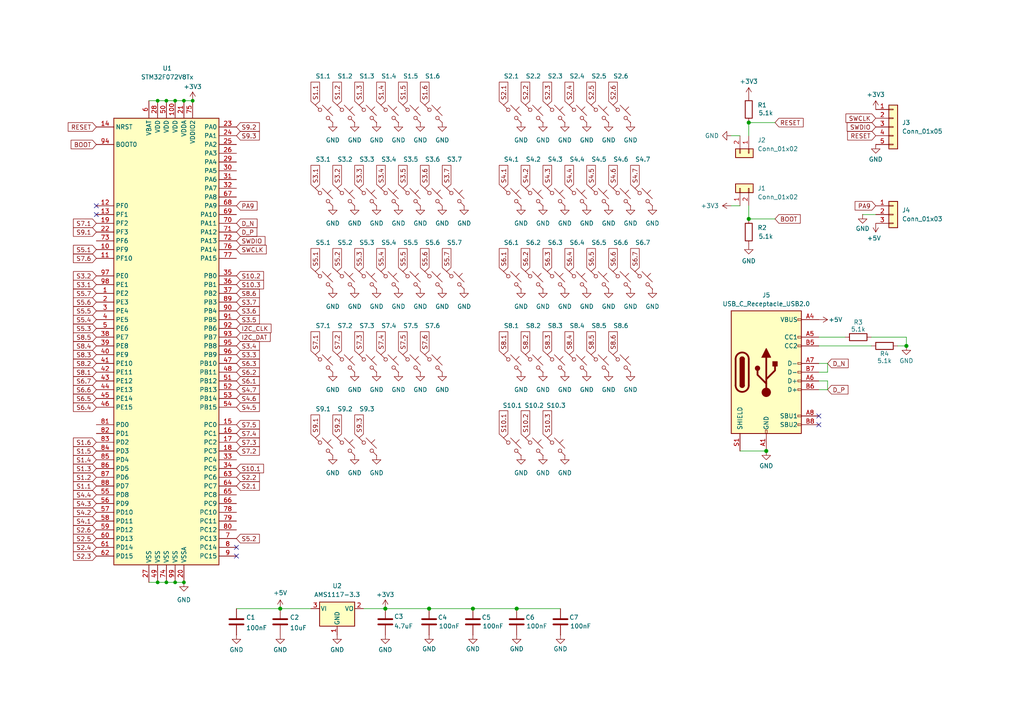
<source format=kicad_sch>
(kicad_sch (version 20231120) (generator "eeschema") (generator_version "8.0")
  (paper "A4")
  (lib_symbols
    (symbol "Connector:USB_C_Receptacle_USB2.0" (pin_names (offset 1.016))
      (property "Reference" "J" (at -10.16 19.05 0))
      (property "Value" "USB_C_Receptacle_USB2.0" (at 19.05 19.05 0))
      (symbol "USB_C_Receptacle_USB2.0_1_1"
        (pin passive line (at 0 -22.86 90) (length 5.08) (name "GND") (number "A1"))
        (pin passive line (at 0 -22.86 90) (length 5.08) hide (name "GND") (number "A12"))
        (pin passive line (at 15.24 15.24 180) (length 5.08) (name "VBUS") (number "A4"))
        (pin bidirectional line (at 15.24 10.16 180) (length 5.08) (name "CC1") (number "A5"))
        (pin bidirectional line (at 15.24 -2.54 180) (length 5.08) (name "D+") (number "A6"))
        (pin bidirectional line (at 15.24 2.54 180) (length 5.08) (name "D-") (number "A7"))
        (pin bidirectional line (at 15.24 -12.7 180) (length 5.08) (name "SBU1") (number "A8"))
        (pin passive line (at 15.24 15.24 180) (length 5.08) hide (name "VBUS") (number "A9"))
        (pin passive line (at 0 -22.86 90) (length 5.08) hide (name "GND") (number "B1"))
        (pin passive line (at 0 -22.86 90) (length 5.08) hide (name "GND") (number "B12"))
        (pin passive line (at 15.24 15.24 180) (length 5.08) hide (name "VBUS") (number "B4"))
        (pin bidirectional line (at 15.24 7.62 180) (length 5.08) (name "CC2") (number "B5"))
        (pin bidirectional line (at 15.24 -5.08 180) (length 5.08) (name "D+") (number "B6"))
        (pin bidirectional line (at 15.24 0 180) (length 5.08) (name "D-") (number "B7"))
        (pin bidirectional line (at 15.24 -15.24 180) (length 5.08) (name "SBU2") (number "B8"))
        (pin passive line (at 15.24 15.24 180) (length 5.08) hide (name "VBUS") (number "B9"))
        (pin passive line (at -7.62 -22.86 90) (length 5.08) (name "SHIELD") (number "S1"))
      )
    )
    (symbol "Connector_Generic:Conn_01x02" (pin_names (offset 1.016) hide)
      (property "Reference" "J" (at 0 2.54 0))
      (property "Value" "Conn_01x02" (at 0 -5.08 0))
      (symbol "Conn_01x02_1_1"
        (pin passive line (at -5.08 0 0) (length 3.81) (name "Pin_1") (number "1"))
        (pin passive line (at -5.08 -2.54 0) (length 3.81) (name "Pin_2") (number "2"))
      )
    )
    (symbol "Connector_Generic:Conn_01x03" (pin_names (offset 1.016) hide)
      (property "Reference" "J" (at 0 5.08 0))
      (property "Value" "Conn_01x03" (at 0 -5.08 0))
      (symbol "Conn_01x03_1_1"
        (pin passive line (at -5.08 2.54 0) (length 3.81) (name "Pin_1") (number "1"))
        (pin passive line (at -5.08 0 0) (length 3.81) (name "Pin_2") (number "2"))
        (pin passive line (at -5.08 -2.54 0) (length 3.81) (name "Pin_3") (number "3"))
      )
    )
    (symbol "Connector_Generic:Conn_01x05" (pin_names (offset 1.016) hide)
      (property "Reference" "J" (at 0 7.62 0))
      (property "Value" "Conn_01x05" (at 0 -7.62 0))
      (symbol "Conn_01x05_1_1"
        (pin passive line (at -5.08 5.08 0) (length 3.81) (name "Pin_1") (number "1"))
        (pin passive line (at -5.08 2.54 0) (length 3.81) (name "Pin_2") (number "2"))
        (pin passive line (at -5.08 0 0) (length 3.81) (name "Pin_3") (number "3"))
        (pin passive line (at -5.08 -2.54 0) (length 3.81) (name "Pin_4") (number "4"))
        (pin passive line (at -5.08 -5.08 0) (length 3.81) (name "Pin_5") (number "5"))
      )
    )
    (symbol "Device:C" (pin_numbers hide) (pin_names (offset 0.254))
      (property "Reference" "C" (at 0.635 2.54 0))
      (property "Value" "C" (at 0.635 -2.54 0))
      (symbol "C_1_1"
        (pin passive line (at 0 3.81 270) (length 2.794) (name "~") (number "1"))
        (pin passive line (at 0 -3.81 90) (length 2.794) (name "~") (number "2"))
      )
    )
    (symbol "Device:R" (pin_numbers hide) (pin_names (offset 0))
      (property "Reference" "R" (at 2.032 0 90))
      (property "Value" "R" (at 0 0 90))
      (symbol "R_1_1"
        (pin passive line (at 0 3.81 270) (length 1.27) (name "~") (number "1"))
        (pin passive line (at 0 -3.81 90) (length 1.27) (name "~") (number "2"))
      )
    )
    (symbol "MCU_ST_STM32F0:STM32F072V8Tx"
      (property "Reference" "U" (at -15.24 64.77 0))
      (property "Value" "STM32F072V8Tx" (at 10.16 64.77 0))
      (symbol "STM32F072V8Tx_1_1"
        (pin bidirectional line (at -20.32 12.7 0) (length 5.08) (name "PE2") (number "1"))
        (pin bidirectional line (at -20.32 25.4 0) (length 5.08) (name "PF9") (number "10"))
        (pin power_in line (at 2.54 68.58 270) (length 5.08) (name "VDD") (number "100"))
        (pin bidirectional line (at -20.32 22.86 0) (length 5.08) (name "PF10") (number "11"))
        (pin input line (at -20.32 38.1 0) (length 5.08) (name "PF0") (number "12"))
        (pin input line (at -20.32 35.56 0) (length 5.08) (name "PF1") (number "13"))
        (pin input line (at -20.32 60.96 0) (length 5.08) (name "NRST") (number "14"))
        (pin bidirectional line (at 20.32 -25.4 180) (length 5.08) (name "PC0") (number "15"))
        (pin bidirectional line (at 20.32 -27.94 180) (length 5.08) (name "PC1") (number "16"))
        (pin bidirectional line (at 20.32 -30.48 180) (length 5.08) (name "PC2") (number "17"))
        (pin bidirectional line (at 20.32 -33.02 180) (length 5.08) (name "PC3") (number "18"))
        (pin bidirectional line (at -20.32 33.02 0) (length 5.08) (name "PF2") (number "19"))
        (pin bidirectional line (at -20.32 10.16 0) (length 5.08) (name "PE3") (number "2"))
        (pin power_in line (at 5.08 -71.12 90) (length 5.08) (name "VSSA") (number "20"))
        (pin power_in line (at 5.08 68.58 270) (length 5.08) (name "VDDA") (number "21"))
        (pin bidirectional line (at -20.32 30.48 0) (length 5.08) (name "PF3") (number "22"))
        (pin bidirectional line (at 20.32 60.96 180) (length 5.08) (name "PA0") (number "23"))
        (pin bidirectional line (at 20.32 58.42 180) (length 5.08) (name "PA1") (number "24"))
        (pin bidirectional line (at 20.32 55.88 180) (length 5.08) (name "PA2") (number "25"))
        (pin bidirectional line (at 20.32 53.34 180) (length 5.08) (name "PA3") (number "26"))
        (pin power_in line (at -5.08 -71.12 90) (length 5.08) (name "VSS") (number "27"))
        (pin power_in line (at -2.54 68.58 270) (length 5.08) (name "VDD") (number "28"))
        (pin bidirectional line (at 20.32 50.8 180) (length 5.08) (name "PA4") (number "29"))
        (pin bidirectional line (at -20.32 7.62 0) (length 5.08) (name "PE4") (number "3"))
        (pin bidirectional line (at 20.32 48.26 180) (length 5.08) (name "PA5") (number "30"))
        (pin bidirectional line (at 20.32 45.72 180) (length 5.08) (name "PA6") (number "31"))
        (pin bidirectional line (at 20.32 43.18 180) (length 5.08) (name "PA7") (number "32"))
        (pin bidirectional line (at 20.32 -35.56 180) (length 5.08) (name "PC4") (number "33"))
        (pin bidirectional line (at 20.32 -38.1 180) (length 5.08) (name "PC5") (number "34"))
        (pin bidirectional line (at 20.32 17.78 180) (length 5.08) (name "PB0") (number "35"))
        (pin bidirectional line (at 20.32 15.24 180) (length 5.08) (name "PB1") (number "36"))
        (pin bidirectional line (at 20.32 12.7 180) (length 5.08) (name "PB2") (number "37"))
        (pin bidirectional line (at -20.32 0 0) (length 5.08) (name "PE7") (number "38"))
        (pin bidirectional line (at -20.32 -2.54 0) (length 5.08) (name "PE8") (number "39"))
        (pin bidirectional line (at -20.32 5.08 0) (length 5.08) (name "PE5") (number "4"))
        (pin bidirectional line (at -20.32 -5.08 0) (length 5.08) (name "PE9") (number "40"))
        (pin bidirectional line (at -20.32 -7.62 0) (length 5.08) (name "PE10") (number "41"))
        (pin bidirectional line (at -20.32 -10.16 0) (length 5.08) (name "PE11") (number "42"))
        (pin bidirectional line (at -20.32 -12.7 0) (length 5.08) (name "PE12") (number "43"))
        (pin bidirectional line (at -20.32 -15.24 0) (length 5.08) (name "PE13") (number "44"))
        (pin bidirectional line (at -20.32 -17.78 0) (length 5.08) (name "PE14") (number "45"))
        (pin bidirectional line (at -20.32 -20.32 0) (length 5.08) (name "PE15") (number "46"))
        (pin bidirectional line (at 20.32 -7.62 180) (length 5.08) (name "PB10") (number "47"))
        (pin bidirectional line (at 20.32 -10.16 180) (length 5.08) (name "PB11") (number "48"))
        (pin power_in line (at -2.54 -71.12 90) (length 5.08) (name "VSS") (number "49"))
        (pin bidirectional line (at -20.32 2.54 0) (length 5.08) (name "PE6") (number "5"))
        (pin power_in line (at 0 68.58 270) (length 5.08) (name "VDD") (number "50"))
        (pin bidirectional line (at 20.32 -12.7 180) (length 5.08) (name "PB12") (number "51"))
        (pin bidirectional line (at 20.32 -15.24 180) (length 5.08) (name "PB13") (number "52"))
        (pin bidirectional line (at 20.32 -17.78 180) (length 5.08) (name "PB14") (number "53"))
        (pin bidirectional line (at 20.32 -20.32 180) (length 5.08) (name "PB15") (number "54"))
        (pin bidirectional line (at -20.32 -45.72 0) (length 5.08) (name "PD8") (number "55"))
        (pin bidirectional line (at -20.32 -48.26 0) (length 5.08) (name "PD9") (number "56"))
        (pin bidirectional line (at -20.32 -50.8 0) (length 5.08) (name "PD10") (number "57"))
        (pin bidirectional line (at -20.32 -53.34 0) (length 5.08) (name "PD11") (number "58"))
        (pin bidirectional line (at -20.32 -55.88 0) (length 5.08) (name "PD12") (number "59"))
        (pin power_in line (at -5.08 68.58 270) (length 5.08) (name "VBAT") (number "6"))
        (pin bidirectional line (at -20.32 -58.42 0) (length 5.08) (name "PD13") (number "60"))
        (pin bidirectional line (at -20.32 -60.96 0) (length 5.08) (name "PD14") (number "61"))
        (pin bidirectional line (at -20.32 -63.5 0) (length 5.08) (name "PD15") (number "62"))
        (pin bidirectional line (at 20.32 -40.64 180) (length 5.08) (name "PC6") (number "63"))
        (pin bidirectional line (at 20.32 -43.18 180) (length 5.08) (name "PC7") (number "64"))
        (pin bidirectional line (at 20.32 -45.72 180) (length 5.08) (name "PC8") (number "65"))
        (pin bidirectional line (at 20.32 -48.26 180) (length 5.08) (name "PC9") (number "66"))
        (pin bidirectional line (at 20.32 40.64 180) (length 5.08) (name "PA8") (number "67"))
        (pin bidirectional line (at 20.32 38.1 180) (length 5.08) (name "PA9") (number "68"))
        (pin bidirectional line (at 20.32 35.56 180) (length 5.08) (name "PA10") (number "69"))
        (pin bidirectional line (at 20.32 -58.42 180) (length 5.08) (name "PC13") (number "7"))
        (pin bidirectional line (at 20.32 33.02 180) (length 5.08) (name "PA11") (number "70"))
        (pin bidirectional line (at 20.32 30.48 180) (length 5.08) (name "PA12") (number "71"))
        (pin bidirectional line (at 20.32 27.94 180) (length 5.08) (name "PA13") (number "72"))
        (pin bidirectional line (at -20.32 27.94 0) (length 5.08) (name "PF6") (number "73"))
        (pin power_in line (at 0 -71.12 90) (length 5.08) (name "VSS") (number "74"))
        (pin power_in line (at 7.62 68.58 270) (length 5.08) (name "VDDIO2") (number "75"))
        (pin bidirectional line (at 20.32 25.4 180) (length 5.08) (name "PA14") (number "76"))
        (pin bidirectional line (at 20.32 22.86 180) (length 5.08) (name "PA15") (number "77"))
        (pin bidirectional line (at 20.32 -50.8 180) (length 5.08) (name "PC10") (number "78"))
        (pin bidirectional line (at 20.32 -53.34 180) (length 5.08) (name "PC11") (number "79"))
        (pin bidirectional line (at 20.32 -60.96 180) (length 5.08) (name "PC14") (number "8"))
        (pin bidirectional line (at 20.32 -55.88 180) (length 5.08) (name "PC12") (number "80"))
        (pin bidirectional line (at -20.32 -25.4 0) (length 5.08) (name "PD0") (number "81"))
        (pin bidirectional line (at -20.32 -27.94 0) (length 5.08) (name "PD1") (number "82"))
        (pin bidirectional line (at -20.32 -30.48 0) (length 5.08) (name "PD2") (number "83"))
        (pin bidirectional line (at -20.32 -33.02 0) (length 5.08) (name "PD3") (number "84"))
        (pin bidirectional line (at -20.32 -35.56 0) (length 5.08) (name "PD4") (number "85"))
        (pin bidirectional line (at -20.32 -38.1 0) (length 5.08) (name "PD5") (number "86"))
        (pin bidirectional line (at -20.32 -40.64 0) (length 5.08) (name "PD6") (number "87"))
        (pin bidirectional line (at -20.32 -43.18 0) (length 5.08) (name "PD7") (number "88"))
        (pin bidirectional line (at 20.32 10.16 180) (length 5.08) (name "PB3") (number "89"))
        (pin bidirectional line (at 20.32 -63.5 180) (length 5.08) (name "PC15") (number "9"))
        (pin bidirectional line (at 20.32 7.62 180) (length 5.08) (name "PB4") (number "90"))
        (pin bidirectional line (at 20.32 5.08 180) (length 5.08) (name "PB5") (number "91"))
        (pin bidirectional line (at 20.32 2.54 180) (length 5.08) (name "PB6") (number "92"))
        (pin bidirectional line (at 20.32 0 180) (length 5.08) (name "PB7") (number "93"))
        (pin input line (at -20.32 55.88 0) (length 5.08) (name "BOOT0") (number "94"))
        (pin bidirectional line (at 20.32 -2.54 180) (length 5.08) (name "PB8") (number "95"))
        (pin bidirectional line (at 20.32 -5.08 180) (length 5.08) (name "PB9") (number "96"))
        (pin bidirectional line (at -20.32 17.78 0) (length 5.08) (name "PE0") (number "97"))
        (pin bidirectional line (at -20.32 15.24 0) (length 5.08) (name "PE1") (number "98"))
        (pin power_in line (at 2.54 -71.12 90) (length 5.08) (name "VSS") (number "99"))
      )
    )
    (symbol "Regulator_Linear:AMS1117-3.3" (pin_names (offset 0.254))
      (property "Reference" "U" (at -3.81 3.175 0))
      (property "Value" "AMS1117-3.3" (at 0 3.175 0))
      (symbol "AMS1117-3.3_1_1"
        (pin power_in line (at 0 -7.62 90) (length 2.54) (name "GND") (number "1"))
        (pin power_out line (at 7.62 0 180) (length 2.54) (name "VO") (number "2"))
        (pin power_in line (at -7.62 0 0) (length 2.54) (name "VI") (number "3"))
      )
    )
    (symbol "ScottoKeebs:Placeholder_Keyswitch" (pin_numbers hide) (pin_names (offset 1.016) hide)
      (property "Reference" "S" (at 3.048 1.016 0))
      (property "Value" "Keyswitch" (at 0 -3.81 0))
      (symbol "Placeholder_Keyswitch_0_1"
        (pin passive line (at -2.54 2.54 0) (length 0) (name "1") (number "1"))
        (pin passive line (at 2.54 -2.54 180) (length 0) (name "2") (number "2"))
      )
    )
    (symbol "power:+3V3" (power) (pin_names (offset 0))
      (property "Value" "+3V3" (at 0 3.556 0))
      (symbol "+3V3_1_1"
        (pin power_in line (at 0 0 90) (length 0) hide (name "+3V3") (number "1"))
      )
    )
    (symbol "power:+5V" (power) (pin_names (offset 0))
      (property "Value" "+5V" (at 0 3.556 0))
      (symbol "+5V_1_1"
        (pin power_in line (at 0 0 90) (length 0) hide (name "+5V") (number "1"))
      )
    )
    (symbol "power:GND" (power) (pin_numbers hide) (pin_names (offset 0) hide)
      (property "Value" "GND" (at 0 -3.81 0))
      (symbol "GND_1_1"
        (pin power_in line (at 0 0 270) (length 0) (name "~") (number "1"))
      )
    )
  )
  (junction (at 137.16 176.53) (diameter 1.016))
  (junction (at 50.8 29.21))
  (junction (at 45.72 29.21))
  (junction (at 111.76 176.53) (diameter 1.016))
  (junction (at 53.34 168.91))
  (junction (at 48.26 29.21))
  (junction (at 124.46 176.53) (diameter 1.016))
  (junction (at 222.25 130.81) (diameter 1.016))
  (junction (at 217.17 35.56) (diameter 1.016))
  (junction (at 81.28 176.53) (diameter 1.016))
  (junction (at 217.17 63.5) (diameter 1.016))
  (junction (at 55.88 29.21))
  (junction (at 45.72 168.91))
  (junction (at 48.26 168.91))
  (junction (at 50.8 168.91))
  (junction (at 262.89 100.33) (diameter 1.016))
  (junction (at 53.34 29.21))
  (junction (at 149.86 176.53) (diameter 1.016))
  (no_connect (at 27.94 62.23))
  (no_connect (at 27.94 59.69))
  (no_connect (at 237.49 120.65))
  (no_connect (at 68.58 161.29))
  (no_connect (at 68.58 158.75))
  (no_connect (at 237.49 123.19))
  (wire (pts (xy 240.03 107.95) (xy 240.03 105.41)))
  (wire (pts (xy 124.46 176.53) (xy 137.16 176.53)))
  (wire (pts (xy 45.72 29.21) (xy 48.26 29.21)))
  (wire (pts (xy 50.8 29.21) (xy 53.34 29.21)))
  (wire (pts (xy 53.34 29.21) (xy 55.88 29.21)))
  (wire (pts (xy 217.17 59.69) (xy 217.17 63.5)))
  (wire (pts (xy 68.58 176.53) (xy 81.28 176.53)))
  (wire (pts (xy 43.18 29.21) (xy 45.72 29.21)))
  (wire (pts (xy 260.35 100.33) (xy 262.89 100.33)))
  (wire (pts (xy 149.86 176.53) (xy 162.56 176.53)))
  (wire (pts (xy 45.72 168.91) (xy 48.26 168.91)))
  (wire (pts (xy 237.49 113.03) (xy 240.03 113.03)))
  (wire (pts (xy 237.49 100.33) (xy 252.73 100.33)))
  (wire (pts (xy 50.8 168.91) (xy 53.34 168.91)))
  (wire (pts (xy 237.49 110.49) (xy 240.03 110.49)))
  (wire (pts (xy 240.03 110.49) (xy 240.03 113.03)))
  (wire (pts (xy 48.26 29.21) (xy 50.8 29.21)))
  (wire (pts (xy 43.18 168.91) (xy 45.72 168.91)))
  (wire (pts (xy 217.17 35.56) (xy 224.79 35.56)))
  (wire (pts (xy 217.17 35.56) (xy 217.17 39.37)))
  (wire (pts (xy 237.49 97.79) (xy 245.11 97.79)))
  (wire (pts (xy 237.49 105.41) (xy 240.03 105.41)))
  (wire (pts (xy 111.76 176.53) (xy 124.46 176.53)))
  (wire (pts (xy 137.16 176.53) (xy 149.86 176.53)))
  (wire (pts (xy 212.09 39.37) (xy 214.63 39.37)))
  (wire (pts (xy 250.19 62.23) (xy 254 62.23)))
  (wire (pts (xy 81.28 176.53) (xy 90.17 176.53)))
  (wire (pts (xy 48.26 168.91) (xy 50.8 168.91)))
  (wire (pts (xy 212.09 59.69) (xy 214.63 59.69)))
  (wire (pts (xy 217.17 63.5) (xy 224.79 63.5)))
  (wire (pts (xy 214.63 130.81) (xy 222.25 130.81)))
  (wire (pts (xy 105.41 176.53) (xy 111.76 176.53)))
  (wire (pts (xy 262.89 97.79) (xy 262.89 100.33)))
  (wire (pts (xy 252.73 97.79) (xy 262.89 97.79)))
  (wire (pts (xy 237.49 107.95) (xy 240.03 107.95)))
  (global_label "S1.3" (shape input) (at 27.94 135.89 180) (property "Intersheetrefs" "${INTERSHEET_REFS}" (effects (hide yes))))
  (global_label "S3.7" (shape input) (at 129.54 54.61 90) (property "Intersheetrefs" "${INTERSHEET_REFS}" (effects (hide yes))))
  (global_label "S2.4" (shape input) (at 165.1 30.48 90) (property "Intersheetrefs" "${INTERSHEET_REFS}" (effects (hide yes))))
  (global_label "S5.4" (shape input) (at 27.94 92.71 180) (property "Intersheetrefs" "${INTERSHEET_REFS}" (effects (hide yes))))
  (global_label "S7.6" (shape input) (at 27.94 74.93 180) (property "Intersheetrefs" "${INTERSHEET_REFS}" (effects (hide yes))))
  (global_label "I2C_CLK" (shape input) (at 68.58 95.25 0) (property "Intersheetrefs" "${INTERSHEET_REFS}" (effects (hide yes))))
  (global_label "S7.3" (shape input) (at 68.58 128.27 0) (property "Intersheetrefs" "${INTERSHEET_REFS}" (effects (hide yes))))
  (global_label "SWDIO" (shape input) (at 254 36.83 180) (property "Intersheetrefs" "${INTERSHEET_REFS}" (effects (hide yes))))
  (global_label "S2.3" (shape input) (at 158.75 30.48 90) (property "Intersheetrefs" "${INTERSHEET_REFS}" (effects (hide yes))))
  (global_label "S7.1" (shape input) (at 91.44 102.87 90) (property "Intersheetrefs" "${INTERSHEET_REFS}" (effects (hide yes))))
  (global_label "D_N" (shape input) (at 240.03 105.41 0) (property "Intersheetrefs" "${INTERSHEET_REFS}" (effects (hide yes))))
  (global_label "S7.4" (shape input) (at 68.58 125.73 0) (property "Intersheetrefs" "${INTERSHEET_REFS}" (effects (hide yes))))
  (global_label "S1.2" (shape input) (at 97.79 30.48 90) (property "Intersheetrefs" "${INTERSHEET_REFS}" (effects (hide yes))))
  (global_label "S3.2" (shape input) (at 97.79 54.61 90) (property "Intersheetrefs" "${INTERSHEET_REFS}" (effects (hide yes))))
  (global_label "I2C_DAT" (shape input) (at 68.58 97.79 0) (property "Intersheetrefs" "${INTERSHEET_REFS}" (effects (hide yes))))
  (global_label "S8.4" (shape input) (at 27.94 100.33 180) (property "Intersheetrefs" "${INTERSHEET_REFS}" (effects (hide yes))))
  (global_label "S5.5" (shape input) (at 116.84 78.74 90) (property "Intersheetrefs" "${INTERSHEET_REFS}" (effects (hide yes))))
  (global_label "S8.4" (shape input) (at 165.1 102.87 90) (property "Intersheetrefs" "${INTERSHEET_REFS}" (effects (hide yes))))
  (global_label "S6.6" (shape input) (at 177.8 78.74 90) (property "Intersheetrefs" "${INTERSHEET_REFS}" (effects (hide yes))))
  (global_label "S10.1" (shape input) (at 146.05 127 90) (property "Intersheetrefs" "${INTERSHEET_REFS}" (effects (hide yes))))
  (global_label "S9.1" (shape input) (at 27.94 67.31 180) (property "Intersheetrefs" "${INTERSHEET_REFS}" (effects (hide yes))))
  (global_label "S6.7" (shape input) (at 27.94 110.49 180) (property "Intersheetrefs" "${INTERSHEET_REFS}" (effects (hide yes))))
  (global_label "S10.3" (shape input) (at 158.75 127 90) (property "Intersheetrefs" "${INTERSHEET_REFS}" (effects (hide yes))))
  (global_label "S8.6" (shape input) (at 68.58 85.09 0) (property "Intersheetrefs" "${INTERSHEET_REFS}" (effects (hide yes))))
  (global_label "S4.6" (shape input) (at 177.8 54.61 90) (property "Intersheetrefs" "${INTERSHEET_REFS}" (effects (hide yes))))
  (global_label "S3.3" (shape input) (at 104.14 54.61 90) (property "Intersheetrefs" "${INTERSHEET_REFS}" (effects (hide yes))))
  (global_label "S7.1" (shape input) (at 27.94 64.77 180) (property "Intersheetrefs" "${INTERSHEET_REFS}" (effects (hide yes))))
  (global_label "PA9" (shape input) (at 254 59.69 180) (property "Intersheetrefs" "${INTERSHEET_REFS}" (effects (hide yes))))
  (global_label "S1.1" (shape input) (at 27.94 140.97 180) (property "Intersheetrefs" "${INTERSHEET_REFS}" (effects (hide yes))))
  (global_label "RESET" (shape input) (at 27.94 36.83 180) (property "Intersheetrefs" "${INTERSHEET_REFS}" (effects (hide yes))))
  (global_label "S6.2" (shape input) (at 152.4 78.74 90) (property "Intersheetrefs" "${INTERSHEET_REFS}" (effects (hide yes))))
  (global_label "S5.1" (shape input) (at 91.44 78.74 90) (property "Intersheetrefs" "${INTERSHEET_REFS}" (effects (hide yes))))
  (global_label "S2.6" (shape input) (at 177.8 30.48 90) (property "Intersheetrefs" "${INTERSHEET_REFS}" (effects (hide yes))))
  (global_label "S7.3" (shape input) (at 104.14 102.87 90) (property "Intersheetrefs" "${INTERSHEET_REFS}" (effects (hide yes))))
  (global_label "S2.5" (shape input) (at 27.94 156.21 180) (property "Intersheetrefs" "${INTERSHEET_REFS}" (effects (hide yes))))
  (global_label "SWCLK" (shape input) (at 254 34.29 180) (property "Intersheetrefs" "${INTERSHEET_REFS}" (effects (hide yes))))
  (global_label "S6.3" (shape input) (at 68.58 105.41 0) (property "Intersheetrefs" "${INTERSHEET_REFS}" (effects (hide yes))))
  (global_label "S9.2" (shape input) (at 97.79 127 90) (property "Intersheetrefs" "${INTERSHEET_REFS}" (effects (hide yes))))
  (global_label "S8.3" (shape input) (at 158.75 102.87 90) (property "Intersheetrefs" "${INTERSHEET_REFS}" (effects (hide yes))))
  (global_label "S3.5" (shape input) (at 116.84 54.61 90) (property "Intersheetrefs" "${INTERSHEET_REFS}" (effects (hide yes))))
  (global_label "S3.2" (shape input) (at 27.94 80.01 180) (property "Intersheetrefs" "${INTERSHEET_REFS}" (effects (hide yes))))
  (global_label "SWDIO" (shape input) (at 68.58 69.85 0) (property "Intersheetrefs" "${INTERSHEET_REFS}" (effects (hide yes))))
  (global_label "S3.4" (shape input) (at 110.49 54.61 90) (property "Intersheetrefs" "${INTERSHEET_REFS}" (effects (hide yes))))
  (global_label "S10.2" (shape input) (at 152.4 127 90) (property "Intersheetrefs" "${INTERSHEET_REFS}" (effects (hide yes))))
  (global_label "S9.1" (shape input) (at 91.44 127 90) (property "Intersheetrefs" "${INTERSHEET_REFS}" (effects (hide yes))))
  (global_label "S5.7" (shape input) (at 129.54 78.74 90) (property "Intersheetrefs" "${INTERSHEET_REFS}" (effects (hide yes))))
  (global_label "PA9" (shape input) (at 68.58 59.69 0) (property "Intersheetrefs" "${INTERSHEET_REFS}" (effects (hide yes))))
  (global_label "S4.5" (shape input) (at 171.45 54.61 90) (property "Intersheetrefs" "${INTERSHEET_REFS}" (effects (hide yes))))
  (global_label "S1.5" (shape input) (at 116.84 30.48 90) (property "Intersheetrefs" "${INTERSHEET_REFS}" (effects (hide yes))))
  (global_label "S5.5" (shape input) (at 27.94 90.17 180) (property "Intersheetrefs" "${INTERSHEET_REFS}" (effects (hide yes))))
  (global_label "RESET" (shape input) (at 254 39.37 180) (property "Intersheetrefs" "${INTERSHEET_REFS}" (effects (hide yes))))
  (global_label "BOOT" (shape input) (at 224.79 63.5 0) (property "Intersheetrefs" "${INTERSHEET_REFS}" (effects (hide yes))))
  (global_label "S3.4" (shape input) (at 68.58 100.33 0) (property "Intersheetrefs" "${INTERSHEET_REFS}" (effects (hide yes))))
  (global_label "S5.6" (shape input) (at 27.94 87.63 180) (property "Intersheetrefs" "${INTERSHEET_REFS}" (effects (hide yes))))
  (global_label "S5.6" (shape input) (at 123.19 78.74 90) (property "Intersheetrefs" "${INTERSHEET_REFS}" (effects (hide yes))))
  (global_label "S3.6" (shape input) (at 123.19 54.61 90) (property "Intersheetrefs" "${INTERSHEET_REFS}" (effects (hide yes))))
  (global_label "S2.5" (shape input) (at 171.45 30.48 90) (property "Intersheetrefs" "${INTERSHEET_REFS}" (effects (hide yes))))
  (global_label "S2.3" (shape input) (at 27.94 161.29 180) (property "Intersheetrefs" "${INTERSHEET_REFS}" (effects (hide yes))))
  (global_label "S4.4" (shape input) (at 27.94 143.51 180) (property "Intersheetrefs" "${INTERSHEET_REFS}" (effects (hide yes))))
  (global_label "D_N" (shape input) (at 68.58 64.77 0) (property "Intersheetrefs" "${INTERSHEET_REFS}" (effects (hide yes))))
  (global_label "S1.1" (shape input) (at 91.44 30.48 90) (property "Intersheetrefs" "${INTERSHEET_REFS}" (effects (hide yes))))
  (global_label "S7.5" (shape input) (at 116.84 102.87 90) (property "Intersheetrefs" "${INTERSHEET_REFS}" (effects (hide yes))))
  (global_label "S3.5" (shape input) (at 68.58 92.71 0) (property "Intersheetrefs" "${INTERSHEET_REFS}" (effects (hide yes))))
  (global_label "S5.4" (shape input) (at 110.49 78.74 90) (property "Intersheetrefs" "${INTERSHEET_REFS}" (effects (hide yes))))
  (global_label "S10.3" (shape input) (at 68.58 82.55 0) (property "Intersheetrefs" "${INTERSHEET_REFS}" (effects (hide yes))))
  (global_label "S3.7" (shape input) (at 68.58 87.63 0) (property "Intersheetrefs" "${INTERSHEET_REFS}" (effects (hide yes))))
  (global_label "S5.3" (shape input) (at 104.14 78.74 90) (property "Intersheetrefs" "${INTERSHEET_REFS}" (effects (hide yes))))
  (global_label "S7.6" (shape input) (at 123.19 102.87 90) (property "Intersheetrefs" "${INTERSHEET_REFS}" (effects (hide yes))))
  (global_label "S4.1" (shape input) (at 146.05 54.61 90) (property "Intersheetrefs" "${INTERSHEET_REFS}" (effects (hide yes))))
  (global_label "S4.3" (shape input) (at 27.94 146.05 180) (property "Intersheetrefs" "${INTERSHEET_REFS}" (effects (hide yes))))
  (global_label "S1.2" (shape input) (at 27.94 138.43 180) (property "Intersheetrefs" "${INTERSHEET_REFS}" (effects (hide yes))))
  (global_label "S7.5" (shape input) (at 68.58 123.19 0) (property "Intersheetrefs" "${INTERSHEET_REFS}" (effects (hide yes))))
  (global_label "S1.4" (shape input) (at 110.49 30.48 90) (property "Intersheetrefs" "${INTERSHEET_REFS}" (effects (hide yes))))
  (global_label "S2.6" (shape input) (at 27.94 153.67 180) (property "Intersheetrefs" "${INTERSHEET_REFS}" (effects (hide yes))))
  (global_label "BOOT" (shape input) (at 27.94 41.91 180) (property "Intersheetrefs" "${INTERSHEET_REFS}" (effects (hide yes))))
  (global_label "S6.4" (shape input) (at 165.1 78.74 90) (property "Intersheetrefs" "${INTERSHEET_REFS}" (effects (hide yes))))
  (global_label "S8.6" (shape input) (at 177.8 102.87 90) (property "Intersheetrefs" "${INTERSHEET_REFS}" (effects (hide yes))))
  (global_label "S3.6" (shape input) (at 68.58 90.17 0) (property "Intersheetrefs" "${INTERSHEET_REFS}" (effects (hide yes))))
  (global_label "D_P" (shape input) (at 240.03 113.03 0) (property "Intersheetrefs" "${INTERSHEET_REFS}" (effects (hide yes))))
  (global_label "S1.3" (shape input) (at 104.14 30.48 90) (property "Intersheetrefs" "${INTERSHEET_REFS}" (effects (hide yes))))
  (global_label "S6.7" (shape input) (at 184.15 78.74 90) (property "Intersheetrefs" "${INTERSHEET_REFS}" (effects (hide yes))))
  (global_label "S6.6" (shape input) (at 27.94 113.03 180) (property "Intersheetrefs" "${INTERSHEET_REFS}" (effects (hide yes))))
  (global_label "S7.2" (shape input) (at 97.79 102.87 90) (property "Intersheetrefs" "${INTERSHEET_REFS}" (effects (hide yes))))
  (global_label "S8.2" (shape input) (at 152.4 102.87 90) (property "Intersheetrefs" "${INTERSHEET_REFS}" (effects (hide yes))))
  (global_label "S5.1" (shape input) (at 27.94 72.39 180) (property "Intersheetrefs" "${INTERSHEET_REFS}" (effects (hide yes))))
  (global_label "S1.5" (shape input) (at 27.94 130.81 180) (property "Intersheetrefs" "${INTERSHEET_REFS}" (effects (hide yes))))
  (global_label "S10.1" (shape input) (at 68.58 135.89 0) (property "Intersheetrefs" "${INTERSHEET_REFS}" (effects (hide yes))))
  (global_label "S1.6" (shape input) (at 27.94 128.27 180) (property "Intersheetrefs" "${INTERSHEET_REFS}" (effects (hide yes))))
  (global_label "S6.5" (shape input) (at 27.94 115.57 180) (property "Intersheetrefs" "${INTERSHEET_REFS}" (effects (hide yes))))
  (global_label "S6.1" (shape input) (at 146.05 78.74 90) (property "Intersheetrefs" "${INTERSHEET_REFS}" (effects (hide yes))))
  (global_label "S7.4" (shape input) (at 110.49 102.87 90) (property "Intersheetrefs" "${INTERSHEET_REFS}" (effects (hide yes))))
  (global_label "S4.7" (shape input) (at 68.58 113.03 0) (property "Intersheetrefs" "${INTERSHEET_REFS}" (effects (hide yes))))
  (global_label "S8.3" (shape input) (at 27.94 102.87 180) (property "Intersheetrefs" "${INTERSHEET_REFS}" (effects (hide yes))))
  (global_label "S6.4" (shape input) (at 27.94 118.11 180) (property "Intersheetrefs" "${INTERSHEET_REFS}" (effects (hide yes))))
  (global_label "S4.2" (shape input) (at 152.4 54.61 90) (property "Intersheetrefs" "${INTERSHEET_REFS}" (effects (hide yes))))
  (global_label "S6.1" (shape input) (at 68.58 110.49 0) (property "Intersheetrefs" "${INTERSHEET_REFS}" (effects (hide yes))))
  (global_label "S8.1" (shape input) (at 27.94 107.95 180) (property "Intersheetrefs" "${INTERSHEET_REFS}" (effects (hide yes))))
  (global_label "S2.1" (shape input) (at 146.05 30.48 90) (property "Intersheetrefs" "${INTERSHEET_REFS}" (effects (hide yes))))
  (global_label "S1.4" (shape input) (at 27.94 133.35 180) (property "Intersheetrefs" "${INTERSHEET_REFS}" (effects (hide yes))))
  (global_label "S3.1" (shape input) (at 27.94 82.55 180) (property "Intersheetrefs" "${INTERSHEET_REFS}" (effects (hide yes))))
  (global_label "S4.6" (shape input) (at 68.58 115.57 0) (property "Intersheetrefs" "${INTERSHEET_REFS}" (effects (hide yes))))
  (global_label "S4.5" (shape input) (at 68.58 118.11 0) (property "Intersheetrefs" "${INTERSHEET_REFS}" (effects (hide yes))))
  (global_label "S6.2" (shape input) (at 68.58 107.95 0) (property "Intersheetrefs" "${INTERSHEET_REFS}" (effects (hide yes))))
  (global_label "S5.7" (shape input) (at 27.94 85.09 180) (property "Intersheetrefs" "${INTERSHEET_REFS}" (effects (hide yes))))
  (global_label "S4.7" (shape input) (at 184.15 54.61 90) (property "Intersheetrefs" "${INTERSHEET_REFS}" (effects (hide yes))))
  (global_label "S8.1" (shape input) (at 146.05 102.87 90) (property "Intersheetrefs" "${INTERSHEET_REFS}" (effects (hide yes))))
  (global_label "S4.2" (shape input) (at 27.94 148.59 180) (property "Intersheetrefs" "${INTERSHEET_REFS}" (effects (hide yes))))
  (global_label "S8.5" (shape input) (at 27.94 97.79 180) (property "Intersheetrefs" "${INTERSHEET_REFS}" (effects (hide yes))))
  (global_label "S2.1" (shape input) (at 68.58 140.97 0) (property "Intersheetrefs" "${INTERSHEET_REFS}" (effects (hide yes))))
  (global_label "S2.2" (shape input) (at 152.4 30.48 90) (property "Intersheetrefs" "${INTERSHEET_REFS}" (effects (hide yes))))
  (global_label "S2.4" (shape input) (at 27.94 158.75 180) (property "Intersheetrefs" "${INTERSHEET_REFS}" (effects (hide yes))))
  (global_label "RESET" (shape input) (at 224.79 35.56 0) (property "Intersheetrefs" "${INTERSHEET_REFS}" (effects (hide yes))))
  (global_label "S3.1" (shape input) (at 91.44 54.61 90) (property "Intersheetrefs" "${INTERSHEET_REFS}" (effects (hide yes))))
  (global_label "S5.2" (shape input) (at 97.79 78.74 90) (property "Intersheetrefs" "${INTERSHEET_REFS}" (effects (hide yes))))
  (global_label "S5.3" (shape input) (at 27.94 95.25 180) (property "Intersheetrefs" "${INTERSHEET_REFS}" (effects (hide yes))))
  (global_label "SWCLK" (shape input) (at 68.58 72.39 0) (property "Intersheetrefs" "${INTERSHEET_REFS}" (effects (hide yes))))
  (global_label "S1.6" (shape input) (at 123.19 30.48 90) (property "Intersheetrefs" "${INTERSHEET_REFS}" (effects (hide yes))))
  (global_label "D_P" (shape input) (at 68.58 67.31 0) (property "Intersheetrefs" "${INTERSHEET_REFS}" (effects (hide yes))))
  (global_label "S8.5" (shape input) (at 171.45 102.87 90) (property "Intersheetrefs" "${INTERSHEET_REFS}" (effects (hide yes))))
  (global_label "S5.2" (shape input) (at 68.58 156.21 0) (property "Intersheetrefs" "${INTERSHEET_REFS}" (effects (hide yes))))
  (global_label "S4.1" (shape input) (at 27.94 151.13 180) (property "Intersheetrefs" "${INTERSHEET_REFS}" (effects (hide yes))))
  (global_label "S7.2" (shape input) (at 68.58 130.81 0) (property "Intersheetrefs" "${INTERSHEET_REFS}" (effects (hide yes))))
  (global_label "S2.2" (shape input) (at 68.58 138.43 0) (property "Intersheetrefs" "${INTERSHEET_REFS}" (effects (hide yes))))
  (global_label "S4.3" (shape input) (at 158.75 54.61 90) (property "Intersheetrefs" "${INTERSHEET_REFS}" (effects (hide yes))))
  (global_label "S9.2" (shape input) (at 68.58 36.83 0) (property "Intersheetrefs" "${INTERSHEET_REFS}" (effects (hide yes))))
  (global_label "S4.4" (shape input) (at 165.1 54.61 90) (property "Intersheetrefs" "${INTERSHEET_REFS}" (effects (hide yes))))
  (global_label "S10.2" (shape input) (at 68.58 80.01 0) (property "Intersheetrefs" "${INTERSHEET_REFS}" (effects (hide yes))))
  (global_label "S8.2" (shape input) (at 27.94 105.41 180) (property "Intersheetrefs" "${INTERSHEET_REFS}" (effects (hide yes))))
  (global_label "S9.3" (shape input) (at 104.14 127 90) (property "Intersheetrefs" "${INTERSHEET_REFS}" (effects (hide yes))))
  (global_label "S9.3" (shape input) (at 68.58 39.37 0) (property "Intersheetrefs" "${INTERSHEET_REFS}" (effects (hide yes))))
  (global_label "S3.3" (shape input) (at 68.58 102.87 0) (property "Intersheetrefs" "${INTERSHEET_REFS}" (effects (hide yes))))
  (global_label "S6.3" (shape input) (at 158.75 78.74 90) (property "Intersheetrefs" "${INTERSHEET_REFS}" (effects (hide yes))))
  (global_label "S6.5" (shape input) (at 171.45 78.74 90) (property "Intersheetrefs" "${INTERSHEET_REFS}" (effects (hide yes))))
  (symbol (lib_id "ScottoKeebs:Placeholder_Keyswitch") (at 173.99 57.15 0) (unit 1)
    (property "Reference" "S4.5" (at 173.736 46.228 0))
    (property "Value" "Keyswitch" (effects (hide yes)))
    (property "Footprint" "ScottoKeebs_Choc:Choc_V1_1.00u" (effects (hide yes)))
    (property "Description" "Push button switch, normally open, two pins, 45° tilted" (effects (hide yes)))
  )
  (symbol (lib_id "Connector_Generic:Conn_01x03") (at 259.08 62.23 0) (unit 1)
    (property "Reference" "J4" (at 261.62 60.96 0) (effects (justify left)))
    (property "Value" "Conn_01x03" (at 261.62 63.5 0) (effects (justify left)))
    (property "Footprint" "Connector_PinHeader_2.54mm:PinHeader_1x03_P2.54mm_Vertical" (effects (hide yes)))
  )
  (symbol (lib_id "ScottoKeebs:Placeholder_Keyswitch") (at 125.73 81.28 0) (unit 1)
    (property "Reference" "S5.6" (at 125.476 70.358 0))
    (property "Value" "Keyswitch" (effects (hide yes)))
    (property "Footprint" "ScottoKeebs_Choc:Choc_V1_1.00u" (effects (hide yes)))
    (property "Description" "Push button switch, normally open, two pins, 45° tilted" (effects (hide yes)))
  )
  (symbol (lib_id "ScottoKeebs:Placeholder_Keyswitch") (at 106.68 129.54 0) (unit 1)
    (property "Reference" "S9.3" (at 106.426 118.618 0))
    (property "Value" "Keyswitch" (effects (hide yes)))
    (property "Footprint" "ScottoKeebs_Choc:Choc_V1_1.00u" (effects (hide yes)))
    (property "Description" "Push button switch, normally open, two pins, 45° tilted" (effects (hide yes)))
  )
  (symbol (lib_id "Device:R") (at 217.17 67.31 180) (unit 1)
    (property "Reference" "R2" (at 219.71 66.04 0) (effects (justify right)))
    (property "Value" "5.1k" (at 219.964 68.58 0) (effects (justify right)))
    (property "Footprint" "Resistor_SMD:R_0603_1608Metric" (effects (hide yes)))
  )
  (symbol (lib_id "power:GND") (at 151.13 132.08 0) (unit 1)
    (property "Reference" "#PWR057" (effects (hide yes)))
    (property "Value" "GND" (at 151.13 137.16 0))
    (property "Description" "Power symbol creates a global label with name \"GND\" , ground" (effects (hide yes)))
  )
  (symbol (lib_id "power:GND") (at 109.22 35.56 0) (unit 1)
    (property "Reference" "#PWR03" (effects (hide yes)))
    (property "Value" "GND" (at 109.22 40.64 0))
    (property "Description" "Power symbol creates a global label with name \"GND\" , ground" (effects (hide yes)))
  )
  (symbol (lib_id "power:GND") (at 111.76 184.15 0) (unit 1)
    (property "Reference" "#PWR074" (effects (hide yes)))
    (property "Value" "GND" (at 111.76 188.468 0))
  )
  (symbol (lib_id "power:GND") (at 115.57 59.69 0) (unit 1)
    (property "Reference" "#PWR016" (effects (hide yes)))
    (property "Value" "GND" (at 115.57 64.77 0))
    (property "Description" "Power symbol creates a global label with name \"GND\" , ground" (effects (hide yes)))
  )
  (symbol (lib_id "power:GND") (at 176.53 35.56 0) (unit 1)
    (property "Reference" "#PWR011" (effects (hide yes)))
    (property "Value" "GND" (at 176.53 40.64 0))
    (property "Description" "Power symbol creates a global label with name \"GND\" , ground" (effects (hide yes)))
  )
  (symbol (lib_id "power:GND") (at 212.09 39.37 270) (unit 1)
    (property "Reference" "#PWR061" (effects (hide yes)))
    (property "Value" "GND" (at 208.534 39.37 90) (effects (justify right)))
  )
  (symbol (lib_id "ScottoKeebs:Placeholder_Keyswitch") (at 125.73 33.02 0) (unit 1)
    (property "Reference" "S1.6" (at 125.476 22.098 0))
    (property "Value" "Keyswitch" (effects (hide yes)))
    (property "Footprint" "ScottoKeebs_Choc:Choc_V1_1.00u" (effects (hide yes)))
    (property "Description" "Push button switch, normally open, two pins, 45° tilted" (effects (hide yes)))
  )
  (symbol (lib_id "ScottoKeebs:Placeholder_Keyswitch") (at 161.29 57.15 0) (unit 1)
    (property "Reference" "S4.3" (at 161.036 46.228 0))
    (property "Value" "Keyswitch" (effects (hide yes)))
    (property "Footprint" "ScottoKeebs_Choc:Choc_V1_1.00u" (effects (hide yes)))
    (property "Description" "Push button switch, normally open, two pins, 45° tilted" (effects (hide yes)))
  )
  (symbol (lib_id "ScottoKeebs:Placeholder_Keyswitch") (at 125.73 105.41 0) (unit 1)
    (property "Reference" "S7.6" (at 125.476 94.488 0))
    (property "Value" "Keyswitch" (effects (hide yes)))
    (property "Footprint" "ScottoKeebs_Choc:Choc_V1_1.00u" (effects (hide yes)))
    (property "Description" "Push button switch, normally open, two pins, 45° tilted" (effects (hide yes)))
  )
  (symbol (lib_id "power:GND") (at 134.62 83.82 0) (unit 1)
    (property "Reference" "#PWR056" (effects (hide yes)))
    (property "Value" "GND" (at 134.62 88.9 0))
    (property "Description" "Power symbol creates a global label with name \"GND\" , ground" (effects (hide yes)))
  )
  (symbol (lib_id "power:GND") (at 157.48 107.95 0) (unit 1)
    (property "Reference" "#PWR043" (effects (hide yes)))
    (property "Value" "GND" (at 157.48 113.03 0))
    (property "Description" "Power symbol creates a global label with name \"GND\" , ground" (effects (hide yes)))
  )
  (symbol (lib_id "ScottoKeebs:Placeholder_Keyswitch") (at 119.38 33.02 0) (unit 1)
    (property "Reference" "S1.5" (at 119.126 22.098 0))
    (property "Value" "Keyswitch" (effects (hide yes)))
    (property "Footprint" "ScottoKeebs_Choc:Choc_V1_1.00u" (effects (hide yes)))
    (property "Description" "Push button switch, normally open, two pins, 45° tilted" (effects (hide yes)))
  )
  (symbol (lib_id "power:GND") (at 163.83 83.82 0) (unit 1)
    (property "Reference" "#PWR044" (effects (hide yes)))
    (property "Value" "GND" (at 163.83 88.9 0))
    (property "Description" "Power symbol creates a global label with name \"GND\" , ground" (effects (hide yes)))
  )
  (symbol (lib_id "power:GND") (at 109.22 83.82 0) (unit 1)
    (property "Reference" "#PWR031" (effects (hide yes)))
    (property "Value" "GND" (at 109.22 88.9 0))
    (property "Description" "Power symbol creates a global label with name \"GND\" , ground" (effects (hide yes)))
  )
  (symbol (lib_id "Device:C") (at 68.58 180.34 0) (unit 1)
    (property "Reference" "C1" (at 71.374 179.07 0) (effects (justify left)))
    (property "Value" "100nF" (at 71.374 182.118 0) (effects (justify left)))
    (property "Footprint" "Capacitor_SMD:C_0603_1608Metric" (effects (hide yes)))
  )
  (symbol (lib_id "power:GND") (at 128.27 107.95 0) (unit 1)
    (property "Reference" "#PWR038" (effects (hide yes)))
    (property "Value" "GND" (at 128.27 113.03 0))
    (property "Description" "Power symbol creates a global label with name \"GND\" , ground" (effects (hide yes)))
  )
  (symbol (lib_id "power:GND") (at 151.13 59.69 0) (unit 1)
    (property "Reference" "#PWR019" (effects (hide yes)))
    (property "Value" "GND" (at 151.13 64.77 0))
    (property "Description" "Power symbol creates a global label with name \"GND\" , ground" (effects (hide yes)))
  )
  (symbol (lib_id "Connector_Generic:Conn_01x05") (at 259.08 36.83 0) (unit 1)
    (property "Reference" "J3" (at 261.62 35.56 0) (effects (justify left)))
    (property "Value" "Conn_01x05" (at 261.62 38.1 0) (effects (justify left)))
    (property "Footprint" "Connector_PinHeader_2.54mm:PinHeader_1x05_P2.54mm_Vertical" (effects (hide yes)))
  )
  (symbol (lib_id "power:GND") (at 157.48 132.08 0) (unit 1)
    (property "Reference" "#PWR058" (effects (hide yes)))
    (property "Value" "GND" (at 157.48 137.16 0))
    (property "Description" "Power symbol creates a global label with name \"GND\" , ground" (effects (hide yes)))
  )
  (symbol (lib_id "ScottoKeebs:Placeholder_Keyswitch") (at 148.59 105.41 0) (unit 1)
    (property "Reference" "S8.1" (at 148.336 94.488 0))
    (property "Value" "Keyswitch" (effects (hide yes)))
    (property "Footprint" "ScottoKeebs_Choc:Choc_V1_1.00u" (effects (hide yes)))
    (property "Description" "Push button switch, normally open, two pins, 45° tilted" (effects (hide yes)))
  )
  (symbol (lib_id "power:GND") (at 170.18 107.95 0) (unit 1)
    (property "Reference" "#PWR047" (effects (hide yes)))
    (property "Value" "GND" (at 170.18 113.03 0))
    (property "Description" "Power symbol creates a global label with name \"GND\" , ground" (effects (hide yes)))
  )
  (symbol (lib_id "power:GND") (at 128.27 59.69 0) (unit 1)
    (property "Reference" "#PWR018" (effects (hide yes)))
    (property "Value" "GND" (at 128.27 64.77 0))
    (property "Description" "Power symbol creates a global label with name \"GND\" , ground" (effects (hide yes)))
  )
  (symbol (lib_id "power:GND") (at 121.92 83.82 0) (unit 1)
    (property "Reference" "#PWR035" (effects (hide yes)))
    (property "Value" "GND" (at 121.92 88.9 0))
    (property "Description" "Power symbol creates a global label with name \"GND\" , ground" (effects (hide yes)))
  )
  (symbol (lib_id "Regulator_Linear:AMS1117-3.3") (at 97.79 176.53 0) (unit 1)
    (property "Reference" "U2" (at 97.79 169.926 0))
    (property "Value" "AMS1117-3.3" (at 97.79 172.466 0))
    (property "Footprint" "Package_TO_SOT_SMD:SOT-223-3_TabPin2" (effects (hide yes)))
    (property "Datasheet" "http://www.advanced-monolithic.com/pdf/ds1117.pdf" (effects (hide yes)))
  )
  (symbol (lib_id "power:GND") (at 182.88 107.95 0) (unit 1)
    (property "Reference" "#PWR051" (effects (hide yes)))
    (property "Value" "GND" (at 182.88 113.03 0))
    (property "Description" "Power symbol creates a global label with name \"GND\" , ground" (effects (hide yes)))
  )
  (symbol (lib_id "ScottoKeebs:Placeholder_Keyswitch") (at 93.98 129.54 0) (unit 1)
    (property "Reference" "S9.1" (at 93.726 118.618 0))
    (property "Value" "Keyswitch" (effects (hide yes)))
    (property "Footprint" "ScottoKeebs_Choc:Choc_V1_1.00u" (effects (hide yes)))
    (property "Description" "Push button switch, normally open, two pins, 45° tilted" (effects (hide yes)))
  )
  (symbol (lib_id "ScottoKeebs:Placeholder_Keyswitch") (at 119.38 105.41 0) (unit 1)
    (property "Reference" "S7.5" (at 119.126 94.488 0))
    (property "Value" "Keyswitch" (effects (hide yes)))
    (property "Footprint" "ScottoKeebs_Choc:Choc_V1_1.00u" (effects (hide yes)))
    (property "Description" "Push button switch, normally open, two pins, 45° tilted" (effects (hide yes)))
  )
  (symbol (lib_id "ScottoKeebs:Placeholder_Keyswitch") (at 180.34 33.02 0) (unit 1)
    (property "Reference" "S2.6" (at 180.086 22.098 0))
    (property "Value" "Keyswitch" (effects (hide yes)))
    (property "Footprint" "ScottoKeebs_Choc:Choc_V1_1.00u" (effects (hide yes)))
    (property "Description" "Push button switch, normally open, two pins, 45° tilted" (effects (hide yes)))
  )
  (symbol (lib_id "ScottoKeebs:Placeholder_Keyswitch") (at 132.08 57.15 0) (unit 1)
    (property "Reference" "S3.7" (at 131.826 46.228 0))
    (property "Value" "Keyswitch" (effects (hide yes)))
    (property "Footprint" "ScottoKeebs_Choc:Choc_V1_1.00u" (effects (hide yes)))
    (property "Description" "Push button switch, normally open, two pins, 45° tilted" (effects (hide yes)))
  )
  (symbol (lib_id "power:GND") (at 102.87 132.08 0) (unit 1)
    (property "Reference" "#PWR052" (effects (hide yes)))
    (property "Value" "GND" (at 102.87 137.16 0))
    (property "Description" "Power symbol creates a global label with name \"GND\" , ground" (effects (hide yes)))
  )
  (symbol (lib_id "power:GND") (at 262.89 100.33 0) (unit 1)
    (property "Reference" "#PWR081" (effects (hide yes)))
    (property "Value" "GND" (at 262.89 104.648 0))
  )
  (symbol (lib_id "ScottoKeebs:Placeholder_Keyswitch") (at 161.29 33.02 0) (unit 1)
    (property "Reference" "S2.3" (at 161.036 22.098 0))
    (property "Value" "Keyswitch" (effects (hide yes)))
    (property "Footprint" "ScottoKeebs_Choc:Choc_V1_1.00u" (effects (hide yes)))
    (property "Description" "Push button switch, normally open, two pins, 45° tilted" (effects (hide yes)))
  )
  (symbol (lib_id "power:GND") (at 151.13 83.82 0) (unit 1)
    (property "Reference" "#PWR040" (effects (hide yes)))
    (property "Value" "GND" (at 151.13 88.9 0))
    (property "Description" "Power symbol creates a global label with name \"GND\" , ground" (effects (hide yes)))
  )
  (symbol (lib_id "power:GND") (at 163.83 132.08 0) (unit 1)
    (property "Reference" "#PWR059" (effects (hide yes)))
    (property "Value" "GND" (at 163.83 137.16 0))
    (property "Description" "Power symbol creates a global label with name \"GND\" , ground" (effects (hide yes)))
  )
  (symbol (lib_id "power:+5V") (at 81.28 176.53 0) (unit 1)
    (property "Reference" "#PWR070" (effects (hide yes)))
    (property "Value" "+5V" (at 81.28 171.958 0))
  )
  (symbol (lib_id "power:GND") (at 102.87 107.95 0) (unit 1)
    (property "Reference" "#PWR030" (effects (hide yes)))
    (property "Value" "GND" (at 102.87 113.03 0))
    (property "Description" "Power symbol creates a global label with name \"GND\" , ground" (effects (hide yes)))
  )
  (symbol (lib_id "ScottoKeebs:Placeholder_Keyswitch") (at 167.64 57.15 0) (unit 1)
    (property "Reference" "S4.4" (at 167.386 46.228 0))
    (property "Value" "Keyswitch" (effects (hide yes)))
    (property "Footprint" "ScottoKeebs_Choc:Choc_V1_1.00u" (effects (hide yes)))
    (property "Description" "Push button switch, normally open, two pins, 45° tilted" (effects (hide yes)))
  )
  (symbol (lib_id "power:GND") (at 115.57 83.82 0) (unit 1)
    (property "Reference" "#PWR033" (effects (hide yes)))
    (property "Value" "GND" (at 115.57 88.9 0))
    (property "Description" "Power symbol creates a global label with name \"GND\" , ground" (effects (hide yes)))
  )
  (symbol (lib_id "power:GND") (at 97.79 184.15 0) (unit 1)
    (property "Reference" "#PWR072" (effects (hide yes)))
    (property "Value" "GND" (at 97.79 188.468 0))
  )
  (symbol (lib_id "ScottoKeebs:Placeholder_Keyswitch") (at 167.64 81.28 0) (unit 1)
    (property "Reference" "S6.4" (at 167.386 70.358 0))
    (property "Value" "Keyswitch" (effects (hide yes)))
    (property "Footprint" "ScottoKeebs_Choc:Choc_V1_1.00u" (effects (hide yes)))
    (property "Description" "Push button switch, normally open, two pins, 45° tilted" (effects (hide yes)))
  )
  (symbol (lib_id "power:GND") (at 151.13 107.95 0) (unit 1)
    (property "Reference" "#PWR041" (effects (hide yes)))
    (property "Value" "GND" (at 151.13 113.03 0))
    (property "Description" "Power symbol creates a global label with name \"GND\" , ground" (effects (hide yes)))
  )
  (symbol (lib_id "power:GND") (at 134.62 59.69 0) (unit 1)
    (property "Reference" "#PWR025" (effects (hide yes)))
    (property "Value" "GND" (at 134.62 64.77 0))
    (property "Description" "Power symbol creates a global label with name \"GND\" , ground" (effects (hide yes)))
  )
  (symbol (lib_id "power:GND") (at 176.53 83.82 0) (unit 1)
    (property "Reference" "#PWR048" (effects (hide yes)))
    (property "Value" "GND" (at 176.53 88.9 0))
    (property "Description" "Power symbol creates a global label with name \"GND\" , ground" (effects (hide yes)))
  )
  (symbol (lib_id "ScottoKeebs:Placeholder_Keyswitch") (at 186.69 81.28 0) (unit 1)
    (property "Reference" "S6.7" (at 186.436 70.358 0))
    (property "Value" "Keyswitch" (effects (hide yes)))
    (property "Footprint" "ScottoKeebs_Choc:Choc_V1_1.00u" (effects (hide yes)))
    (property "Description" "Push button switch, normally open, two pins, 45° tilted" (effects (hide yes)))
  )
  (symbol (lib_id "power:GND") (at 189.23 83.82 0) (unit 1)
    (property "Reference" "#PWR060" (effects (hide yes)))
    (property "Value" "GND" (at 189.23 88.9 0))
    (property "Description" "Power symbol creates a global label with name \"GND\" , ground" (effects (hide yes)))
  )
  (symbol (lib_id "Device:C") (at 124.46 180.34 0) (unit 1)
    (property "Reference" "C4" (at 127 179.07 0) (effects (justify left)))
    (property "Value" "100nF" (at 127.254 181.61 0) (effects (justify left)))
    (property "Footprint" "Capacitor_SMD:C_0603_1608Metric" (effects (hide yes)))
  )
  (symbol (lib_id "ScottoKeebs:Placeholder_Keyswitch") (at 106.68 81.28 0) (unit 1)
    (property "Reference" "S5.3" (at 106.426 70.358 0))
    (property "Value" "Keyswitch" (effects (hide yes)))
    (property "Footprint" "ScottoKeebs_Choc:Choc_V1_1.00u" (effects (hide yes)))
    (property "Description" "Push button switch, normally open, two pins, 45° tilted" (effects (hide yes)))
  )
  (symbol (lib_id "power:GND") (at 128.27 83.82 0) (unit 1)
    (property "Reference" "#PWR037" (effects (hide yes)))
    (property "Value" "GND" (at 128.27 88.9 0))
    (property "Description" "Power symbol creates a global label with name \"GND\" , ground" (effects (hide yes)))
  )
  (symbol (lib_id "power:GND") (at 250.19 62.23 0) (unit 1)
    (property "Reference" "#PWR067" (effects (hide yes)))
    (property "Value" "GND" (at 250.19 66.294 0))
  )
  (symbol (lib_id "Device:R") (at 217.17 31.75 180) (unit 1)
    (property "Reference" "R1" (at 219.71 30.48 0) (effects (justify right)))
    (property "Value" "5.1k" (at 219.964 32.766 0) (effects (justify right)))
    (property "Footprint" "Resistor_SMD:R_0603_1608Metric" (effects (hide yes)))
  )
  (symbol (lib_id "power:GND") (at 109.22 132.08 0) (unit 1)
    (property "Reference" "#PWR053" (effects (hide yes)))
    (property "Value" "GND" (at 109.22 137.16 0))
    (property "Description" "Power symbol creates a global label with name \"GND\" , ground" (effects (hide yes)))
  )
  (symbol (lib_id "ScottoKeebs:Placeholder_Keyswitch") (at 173.99 81.28 0) (unit 1)
    (property "Reference" "S6.5" (at 173.736 70.358 0))
    (property "Value" "Keyswitch" (effects (hide yes)))
    (property "Footprint" "ScottoKeebs_Choc:Choc_V1_1.00u" (effects (hide yes)))
    (property "Description" "Push button switch, normally open, two pins, 45° tilted" (effects (hide yes)))
  )
  (symbol (lib_id "power:GND") (at 157.48 59.69 0) (unit 1)
    (property "Reference" "#PWR020" (effects (hide yes)))
    (property "Value" "GND" (at 157.48 64.77 0))
    (property "Description" "Power symbol creates a global label with name \"GND\" , ground" (effects (hide yes)))
  )
  (symbol (lib_id "ScottoKeebs:Placeholder_Keyswitch") (at 93.98 105.41 0) (unit 1)
    (property "Reference" "S7.1" (at 93.726 94.488 0))
    (property "Value" "Keyswitch" (effects (hide yes)))
    (property "Footprint" "ScottoKeebs_Choc:Choc_V1_1.00u" (effects (hide yes)))
    (property "Description" "Push button switch, normally open, two pins, 45° tilted" (effects (hide yes)))
  )
  (symbol (lib_id "ScottoKeebs:Placeholder_Keyswitch") (at 148.59 129.54 0) (unit 1)
    (property "Reference" "S10.1" (at 148.59 117.602 0))
    (property "Value" "Keyswitch" (effects (hide yes)))
    (property "Footprint" "ScottoKeebs_Choc:Choc_V1_1.00u" (effects (hide yes)))
    (property "Description" "Push button switch, normally open, two pins, 45° tilted" (effects (hide yes)))
  )
  (symbol (lib_id "power:GND") (at 102.87 83.82 0) (unit 1)
    (property "Reference" "#PWR029" (effects (hide yes)))
    (property "Value" "GND" (at 102.87 88.9 0))
    (property "Description" "Power symbol creates a global label with name \"GND\" , ground" (effects (hide yes)))
  )
  (symbol (lib_id "power:+5V") (at 237.49 92.71 270) (unit 1)
    (property "Reference" "#PWR080" (effects (hide yes)))
    (property "Value" "+5V" (at 240.284 92.71 90) (effects (justify left)))
  )
  (symbol (lib_id "power:GND") (at 96.52 35.56 0) (unit 1)
    (property "Reference" "#PWR01" (effects (hide yes)))
    (property "Value" "GND" (at 96.52 40.64 0))
    (property "Description" "Power symbol creates a global label with name \"GND\" , ground" (effects (hide yes)))
  )
  (symbol (lib_id "ScottoKeebs:Placeholder_Keyswitch") (at 167.64 105.41 0) (unit 1)
    (property "Reference" "S8.4" (at 167.386 94.488 0))
    (property "Value" "Keyswitch" (effects (hide yes)))
    (property "Footprint" "ScottoKeebs_Choc:Choc_V1_1.00u" (effects (hide yes)))
    (property "Description" "Push button switch, normally open, two pins, 45° tilted" (effects (hide yes)))
  )
  (symbol (lib_id "power:GND") (at 157.48 35.56 0) (unit 1)
    (property "Reference" "#PWR08" (effects (hide yes)))
    (property "Value" "GND" (at 157.48 40.64 0))
    (property "Description" "Power symbol creates a global label with name \"GND\" , ground" (effects (hide yes)))
  )
  (symbol (lib_id "power:GND") (at 109.22 107.95 0) (unit 1)
    (property "Reference" "#PWR032" (effects (hide yes)))
    (property "Value" "GND" (at 109.22 113.03 0))
    (property "Description" "Power symbol creates a global label with name \"GND\" , ground" (effects (hide yes)))
  )
  (symbol (lib_id "ScottoKeebs:Placeholder_Keyswitch") (at 119.38 57.15 0) (unit 1)
    (property "Reference" "S3.5" (at 119.126 46.228 0))
    (property "Value" "Keyswitch" (effects (hide yes)))
    (property "Footprint" "ScottoKeebs_Choc:Choc_V1_1.00u" (effects (hide yes)))
    (property "Description" "Push button switch, normally open, two pins, 45° tilted" (effects (hide yes)))
  )
  (symbol (lib_id "power:GND") (at 96.52 59.69 0) (unit 1)
    (property "Reference" "#PWR013" (effects (hide yes)))
    (property "Value" "GND" (at 96.52 64.77 0))
    (property "Description" "Power symbol creates a global label with name \"GND\" , ground" (effects (hide yes)))
  )
  (symbol (lib_id "power:GND") (at 170.18 35.56 0) (unit 1)
    (property "Reference" "#PWR010" (effects (hide yes)))
    (property "Value" "GND" (at 170.18 40.64 0))
    (property "Description" "Power symbol creates a global label with name \"GND\" , ground" (effects (hide yes)))
  )
  (symbol (lib_id "power:GND") (at 157.48 83.82 0) (unit 1)
    (property "Reference" "#PWR042" (effects (hide yes)))
    (property "Value" "GND" (at 157.48 88.9 0))
    (property "Description" "Power symbol creates a global label with name \"GND\" , ground" (effects (hide yes)))
  )
  (symbol (lib_id "power:GND") (at 121.92 107.95 0) (unit 1)
    (property "Reference" "#PWR036" (effects (hide yes)))
    (property "Value" "GND" (at 121.92 113.03 0))
    (property "Description" "Power symbol creates a global label with name \"GND\" , ground" (effects (hide yes)))
  )
  (symbol (lib_id "power:GND") (at 182.88 59.69 0) (unit 1)
    (property "Reference" "#PWR024" (effects (hide yes)))
    (property "Value" "GND" (at 182.88 64.77 0))
    (property "Description" "Power symbol creates a global label with name \"GND\" , ground" (effects (hide yes)))
  )
  (symbol (lib_id "Device:C") (at 137.16 180.34 0) (unit 1)
    (property "Reference" "C5" (at 139.7 179.07 0) (effects (justify left)))
    (property "Value" "100nF" (at 139.954 181.61 0) (effects (justify left)))
    (property "Footprint" "Capacitor_SMD:C_0603_1608Metric" (effects (hide yes)))
  )
  (symbol (lib_id "power:GND") (at 170.18 59.69 0) (unit 1)
    (property "Reference" "#PWR022" (effects (hide yes)))
    (property "Value" "GND" (at 170.18 64.77 0))
    (property "Description" "Power symbol creates a global label with name \"GND\" , ground" (effects (hide yes)))
  )
  (symbol (lib_id "ScottoKeebs:Placeholder_Keyswitch") (at 93.98 81.28 0) (unit 1)
    (property "Reference" "S5.1" (at 93.726 70.358 0))
    (property "Value" "Keyswitch" (effects (hide yes)))
    (property "Footprint" "ScottoKeebs_Choc:Choc_V1_1.00u" (effects (hide yes)))
    (property "Description" "Push button switch, normally open, two pins, 45° tilted" (effects (hide yes)))
  )
  (symbol (lib_id "power:GND") (at 124.46 184.15 0) (unit 1)
    (property "Reference" "#PWR075" (effects (hide yes)))
    (property "Value" "GND" (at 124.46 188.214 0))
  )
  (symbol (lib_id "power:+3V3") (at 55.88 29.21 0) (unit 1)
    (property "Reference" "#PWR054" (effects (hide yes)))
    (property "Value" "+3V3" (at 55.88 25.146 0))
  )
  (symbol (lib_id "power:GND") (at 151.13 35.56 0) (unit 1)
    (property "Reference" "#PWR07" (effects (hide yes)))
    (property "Value" "GND" (at 151.13 40.64 0))
    (property "Description" "Power symbol creates a global label with name \"GND\" , ground" (effects (hide yes)))
  )
  (symbol (lib_id "ScottoKeebs:Placeholder_Keyswitch") (at 154.94 105.41 0) (unit 1)
    (property "Reference" "S8.2" (at 154.686 94.488 0))
    (property "Value" "Keyswitch" (effects (hide yes)))
    (property "Footprint" "ScottoKeebs_Choc:Choc_V1_1.00u" (effects (hide yes)))
    (property "Description" "Push button switch, normally open, two pins, 45° tilted" (effects (hide yes)))
  )
  (symbol (lib_id "ScottoKeebs:Placeholder_Keyswitch") (at 148.59 81.28 0) (unit 1)
    (property "Reference" "S6.1" (at 148.336 70.358 0))
    (property "Value" "Keyswitch" (effects (hide yes)))
    (property "Footprint" "ScottoKeebs_Choc:Choc_V1_1.00u" (effects (hide yes)))
    (property "Description" "Push button switch, normally open, two pins, 45° tilted" (effects (hide yes)))
  )
  (symbol (lib_id "power:GND") (at 53.34 168.91 0) (unit 1)
    (property "Reference" "#PWR055" (effects (hide yes)))
    (property "Value" "GND" (at 53.34 173.99 0))
    (property "Description" "Power symbol creates a global label with name \"GND\" , ground" (effects (hide yes)))
  )
  (symbol (lib_id "ScottoKeebs:Placeholder_Keyswitch") (at 154.94 33.02 0) (unit 1)
    (property "Reference" "S2.2" (at 154.686 22.098 0))
    (property "Value" "Keyswitch" (effects (hide yes)))
    (property "Footprint" "ScottoKeebs_Choc:Choc_V1_1.00u" (effects (hide yes)))
    (property "Description" "Push button switch, normally open, two pins, 45° tilted" (effects (hide yes)))
  )
  (symbol (lib_id "ScottoKeebs:Placeholder_Keyswitch") (at 161.29 81.28 0) (unit 1)
    (property "Reference" "S6.3" (at 161.036 70.358 0))
    (property "Value" "Keyswitch" (effects (hide yes)))
    (property "Footprint" "ScottoKeebs_Choc:Choc_V1_1.00u" (effects (hide yes)))
    (property "Description" "Push button switch, normally open, two pins, 45° tilted" (effects (hide yes)))
  )
  (symbol (lib_id "ScottoKeebs:Placeholder_Keyswitch") (at 106.68 57.15 0) (unit 1)
    (property "Reference" "S3.3" (at 106.426 46.228 0))
    (property "Value" "Keyswitch" (effects (hide yes)))
    (property "Footprint" "ScottoKeebs_Choc:Choc_V1_1.00u" (effects (hide yes)))
    (property "Description" "Push button switch, normally open, two pins, 45° tilted" (effects (hide yes)))
  )
  (symbol (lib_id "ScottoKeebs:Placeholder_Keyswitch") (at 180.34 57.15 0) (unit 1)
    (property "Reference" "S4.6" (at 180.086 46.228 0))
    (property "Value" "Keyswitch" (effects (hide yes)))
    (property "Footprint" "ScottoKeebs_Choc:Choc_V1_1.00u" (effects (hide yes)))
    (property "Description" "Push button switch, normally open, two pins, 45° tilted" (effects (hide yes)))
  )
  (symbol (lib_id "power:GND") (at 115.57 35.56 0) (unit 1)
    (property "Reference" "#PWR04" (effects (hide yes)))
    (property "Value" "GND" (at 115.57 40.64 0))
    (property "Description" "Power symbol creates a global label with name \"GND\" , ground" (effects (hide yes)))
  )
  (symbol (lib_id "ScottoKeebs:Placeholder_Keyswitch") (at 100.33 105.41 0) (unit 1)
    (property "Reference" "S7.2" (at 100.076 94.488 0))
    (property "Value" "Keyswitch" (effects (hide yes)))
    (property "Footprint" "ScottoKeebs_Choc:Choc_V1_1.00u" (effects (hide yes)))
    (property "Description" "Push button switch, normally open, two pins, 45° tilted" (effects (hide yes)))
  )
  (symbol (lib_id "Device:R") (at 256.54 100.33 90) (unit 1)
    (property "Reference" "R4" (at 256.54 102.616 90))
    (property "Value" "5.1k" (at 256.54 104.648 90))
    (property "Footprint" "Resistor_SMD:R_0603_1608Metric" (effects (hide yes)))
  )
  (symbol (lib_id "power:+3V3") (at 217.17 27.94 0) (unit 1)
    (property "Reference" "#PWR063" (effects (hide yes)))
    (property "Value" "+3V3" (at 217.17 23.622 0))
  )
  (symbol (lib_id "ScottoKeebs:Placeholder_Keyswitch") (at 100.33 81.28 0) (unit 1)
    (property "Reference" "S5.2" (at 100.076 70.358 0))
    (property "Value" "Keyswitch" (effects (hide yes)))
    (property "Footprint" "ScottoKeebs_Choc:Choc_V1_1.00u" (effects (hide yes)))
    (property "Description" "Push button switch, normally open, two pins, 45° tilted" (effects (hide yes)))
  )
  (symbol (lib_id "power:GND") (at 163.83 107.95 0) (unit 1)
    (property "Reference" "#PWR045" (effects (hide yes)))
    (property "Value" "GND" (at 163.83 113.03 0))
    (property "Description" "Power symbol creates a global label with name \"GND\" , ground" (effects (hide yes)))
  )
  (symbol (lib_id "ScottoKeebs:Placeholder_Keyswitch") (at 186.69 57.15 0) (unit 1)
    (property "Reference" "S4.7" (at 186.436 46.228 0))
    (property "Value" "Keyswitch" (effects (hide yes)))
    (property "Footprint" "ScottoKeebs_Choc:Choc_V1_1.00u" (effects (hide yes)))
    (property "Description" "Push button switch, normally open, two pins, 45° tilted" (effects (hide yes)))
  )
  (symbol (lib_id "power:GND") (at 222.25 130.81 0) (unit 1)
    (property "Reference" "#PWR079" (effects (hide yes)))
    (property "Value" "GND" (at 222.25 135.128 0))
  )
  (symbol (lib_id "ScottoKeebs:Placeholder_Keyswitch") (at 93.98 57.15 0) (unit 1)
    (property "Reference" "S3.1" (at 93.726 46.228 0))
    (property "Value" "Keyswitch" (effects (hide yes)))
    (property "Footprint" "ScottoKeebs_Choc:Choc_V1_1.00u" (effects (hide yes)))
    (property "Description" "Push button switch, normally open, two pins, 45° tilted" (effects (hide yes)))
  )
  (symbol (lib_id "power:GND") (at 121.92 59.69 0) (unit 1)
    (property "Reference" "#PWR017" (effects (hide yes)))
    (property "Value" "GND" (at 121.92 64.77 0))
    (property "Description" "Power symbol creates a global label with name \"GND\" , ground" (effects (hide yes)))
  )
  (symbol (lib_id "ScottoKeebs:Placeholder_Keyswitch") (at 113.03 33.02 0) (unit 1)
    (property "Reference" "S1.4" (at 112.776 22.098 0))
    (property "Value" "Keyswitch" (effects (hide yes)))
    (property "Footprint" "ScottoKeebs_Choc:Choc_V1_1.00u" (effects (hide yes)))
    (property "Description" "Push button switch, normally open, two pins, 45° tilted" (effects (hide yes)))
  )
  (symbol (lib_id "ScottoKeebs:Placeholder_Keyswitch") (at 113.03 57.15 0) (unit 1)
    (property "Reference" "S3.4" (at 112.776 46.228 0))
    (property "Value" "Keyswitch" (effects (hide yes)))
    (property "Footprint" "ScottoKeebs_Choc:Choc_V1_1.00u" (effects (hide yes)))
    (property "Description" "Push button switch, normally open, two pins, 45° tilted" (effects (hide yes)))
  )
  (symbol (lib_id "power:GND") (at 163.83 59.69 0) (unit 1)
    (property "Reference" "#PWR021" (effects (hide yes)))
    (property "Value" "GND" (at 163.83 64.77 0))
    (property "Description" "Power symbol creates a global label with name \"GND\" , ground" (effects (hide yes)))
  )
  (symbol (lib_id "ScottoKeebs:Placeholder_Keyswitch") (at 180.34 105.41 0) (unit 1)
    (property "Reference" "S8.6" (at 180.086 94.488 0))
    (property "Value" "Keyswitch" (effects (hide yes)))
    (property "Footprint" "ScottoKeebs_Choc:Choc_V1_1.00u" (effects (hide yes)))
    (property "Description" "Push button switch, normally open, two pins, 45° tilted" (effects (hide yes)))
  )
  (symbol (lib_id "ScottoKeebs:Placeholder_Keyswitch") (at 113.03 81.28 0) (unit 1)
    (property "Reference" "S5.4" (at 112.776 70.358 0))
    (property "Value" "Keyswitch" (effects (hide yes)))
    (property "Footprint" "ScottoKeebs_Choc:Choc_V1_1.00u" (effects (hide yes)))
    (property "Description" "Push button switch, normally open, two pins, 45° tilted" (effects (hide yes)))
  )
  (symbol (lib_id "ScottoKeebs:Placeholder_Keyswitch") (at 119.38 81.28 0) (unit 1)
    (property "Reference" "S5.5" (at 119.126 70.358 0))
    (property "Value" "Keyswitch" (effects (hide yes)))
    (property "Footprint" "ScottoKeebs_Choc:Choc_V1_1.00u" (effects (hide yes)))
    (property "Description" "Push button switch, normally open, two pins, 45° tilted" (effects (hide yes)))
  )
  (symbol (lib_id "power:GND") (at 176.53 107.95 0) (unit 1)
    (property "Reference" "#PWR049" (effects (hide yes)))
    (property "Value" "GND" (at 176.53 113.03 0))
    (property "Description" "Power symbol creates a global label with name \"GND\" , ground" (effects (hide yes)))
  )
  (symbol (lib_id "ScottoKeebs:Placeholder_Keyswitch") (at 180.34 81.28 0) (unit 1)
    (property "Reference" "S6.6" (at 180.086 70.358 0))
    (property "Value" "Keyswitch" (effects (hide yes)))
    (property "Footprint" "ScottoKeebs_Choc:Choc_V1_1.00u" (effects (hide yes)))
    (property "Description" "Push button switch, normally open, two pins, 45° tilted" (effects (hide yes)))
  )
  (symbol (lib_id "ScottoKeebs:Placeholder_Keyswitch") (at 173.99 105.41 0) (unit 1)
    (property "Reference" "S8.5" (at 173.736 94.488 0))
    (property "Value" "Keyswitch" (effects (hide yes)))
    (property "Footprint" "ScottoKeebs_Choc:Choc_V1_1.00u" (effects (hide yes)))
    (property "Description" "Push button switch, normally open, two pins, 45° tilted" (effects (hide yes)))
  )
  (symbol (lib_id "power:GND") (at 121.92 35.56 0) (unit 1)
    (property "Reference" "#PWR05" (effects (hide yes)))
    (property "Value" "GND" (at 121.92 40.64 0))
    (property "Description" "Power symbol creates a global label with name \"GND\" , ground" (effects (hide yes)))
  )
  (symbol (lib_id "power:GND") (at 149.86 184.15 0) (unit 1)
    (property "Reference" "#PWR077" (effects (hide yes)))
    (property "Value" "GND" (at 149.86 188.214 0))
  )
  (symbol (lib_id "ScottoKeebs:Placeholder_Keyswitch") (at 148.59 57.15 0) (unit 1)
    (property "Reference" "S4.1" (at 148.336 46.228 0))
    (property "Value" "Keyswitch" (effects (hide yes)))
    (property "Footprint" "ScottoKeebs_Choc:Choc_V1_1.00u" (effects (hide yes)))
    (property "Description" "Push button switch, normally open, two pins, 45° tilted" (effects (hide yes)))
  )
  (symbol (lib_id "ScottoKeebs:Placeholder_Keyswitch") (at 106.68 105.41 0) (unit 1)
    (property "Reference" "S7.3" (at 106.426 94.488 0))
    (property "Value" "Keyswitch" (effects (hide yes)))
    (property "Footprint" "ScottoKeebs_Choc:Choc_V1_1.00u" (effects (hide yes)))
    (property "Description" "Push button switch, normally open, two pins, 45° tilted" (effects (hide yes)))
  )
  (symbol (lib_id "power:GND") (at 109.22 59.69 0) (unit 1)
    (property "Reference" "#PWR015" (effects (hide yes)))
    (property "Value" "GND" (at 109.22 64.77 0))
    (property "Description" "Power symbol creates a global label with name \"GND\" , ground" (effects (hide yes)))
  )
  (symbol (lib_id "Device:C") (at 149.86 180.34 0) (unit 1)
    (property "Reference" "C6" (at 152.4 179.07 0) (effects (justify left)))
    (property "Value" "100nF" (at 152.654 181.61 0) (effects (justify left)))
    (property "Footprint" "Capacitor_SMD:C_0603_1608Metric" (effects (hide yes)))
  )
  (symbol (lib_id "power:GND") (at 170.18 83.82 0) (unit 1)
    (property "Reference" "#PWR046" (effects (hide yes)))
    (property "Value" "GND" (at 170.18 88.9 0))
    (property "Description" "Power symbol creates a global label with name \"GND\" , ground" (effects (hide yes)))
  )
  (symbol (lib_id "power:GND") (at 254 41.91 0) (unit 1)
    (property "Reference" "#PWR066" (effects (hide yes)))
    (property "Value" "GND" (at 254 46.228 0))
  )
  (symbol (lib_id "power:GND") (at 68.58 184.15 0) (unit 1)
    (property "Reference" "#PWR069" (effects (hide yes)))
    (property "Value" "GND" (at 68.58 188.468 0))
  )
  (symbol (lib_id "power:GND") (at 182.88 83.82 0) (unit 1)
    (property "Reference" "#PWR050" (effects (hide yes)))
    (property "Value" "GND" (at 182.88 88.9 0))
    (property "Description" "Power symbol creates a global label with name \"GND\" , ground" (effects (hide yes)))
  )
  (symbol (lib_id "power:GND") (at 137.16 184.15 0) (unit 1)
    (property "Reference" "#PWR076" (effects (hide yes)))
    (property "Value" "GND" (at 137.16 188.214 0))
  )
  (symbol (lib_id "Device:C") (at 162.56 180.34 0) (unit 1)
    (property "Reference" "C7" (at 165.1 179.07 0) (effects (justify left)))
    (property "Value" "100nF" (at 165.354 181.61 0) (effects (justify left)))
    (property "Footprint" "Capacitor_SMD:C_0603_1608Metric" (effects (hide yes)))
  )
  (symbol (lib_id "ScottoKeebs:Placeholder_Keyswitch") (at 100.33 33.02 0) (unit 1)
    (property "Reference" "S1.2" (at 100.076 22.098 0))
    (property "Value" "Keyswitch" (effects (hide yes)))
    (property "Footprint" "ScottoKeebs_Choc:Choc_V1_1.00u" (effects (hide yes)))
    (property "Description" "Push button switch, normally open, two pins, 45° tilted" (effects (hide yes)))
  )
  (symbol (lib_id "power:GND") (at 128.27 35.56 0) (unit 1)
    (property "Reference" "#PWR06" (effects (hide yes)))
    (property "Value" "GND" (at 128.27 40.64 0))
    (property "Description" "Power symbol creates a global label with name \"GND\" , ground" (effects (hide yes)))
  )
  (symbol (lib_id "ScottoKeebs:Placeholder_Keyswitch") (at 106.68 33.02 0) (unit 1)
    (property "Reference" "S1.3" (at 106.426 22.098 0))
    (property "Value" "Keyswitch" (effects (hide yes)))
    (property "Footprint" "ScottoKeebs_Choc:Choc_V1_1.00u" (effects (hide yes)))
    (property "Description" "Push button switch, normally open, two pins, 45° tilted" (effects (hide yes)))
  )
  (symbol (lib_id "Connector_Generic:Conn_01x02") (at 214.63 54.61 90) (unit 1)
    (property "Reference" "J1" (at 219.71 54.61 90) (effects (justify right)))
    (property "Value" "Conn_01x02" (at 219.71 57.15 90) (effects (justify right)))
    (property "Footprint" "Connector_PinHeader_2.54mm:PinHeader_1x02_P2.54mm_Vertical" (effects (hide yes)))
  )
  (symbol (lib_id "Device:C") (at 111.76 180.34 0) (unit 1)
    (property "Reference" "C3" (at 114.3 178.816 0) (effects (justify left)))
    (property "Value" "4.7uF" (at 114.3 181.61 0) (effects (justify left)))
    (property "Footprint" "Capacitor_SMD:C_0603_1608Metric" (effects (hide yes)))
  )
  (symbol (lib_id "ScottoKeebs:Placeholder_Keyswitch") (at 173.99 33.02 0) (unit 1)
    (property "Reference" "S2.5" (at 173.736 22.098 0))
    (property "Value" "Keyswitch" (effects (hide yes)))
    (property "Footprint" "ScottoKeebs_Choc:Choc_V1_1.00u" (effects (hide yes)))
    (property "Description" "Push button switch, normally open, two pins, 45° tilted" (effects (hide yes)))
  )
  (symbol (lib_id "power:GND") (at 163.83 35.56 0) (unit 1)
    (property "Reference" "#PWR09" (effects (hide yes)))
    (property "Value" "GND" (at 163.83 40.64 0))
    (property "Description" "Power symbol creates a global label with name \"GND\" , ground" (effects (hide yes)))
  )
  (symbol (lib_id "power:GND") (at 96.52 107.95 0) (unit 1)
    (property "Reference" "#PWR028" (effects (hide yes)))
    (property "Value" "GND" (at 96.52 113.03 0))
    (property "Description" "Power symbol creates a global label with name \"GND\" , ground" (effects (hide yes)))
  )
  (symbol (lib_id "power:GND") (at 176.53 59.69 0) (unit 1)
    (property "Reference" "#PWR023" (effects (hide yes)))
    (property "Value" "GND" (at 176.53 64.77 0))
    (property "Description" "Power symbol creates a global label with name \"GND\" , ground" (effects (hide yes)))
  )
  (symbol (lib_id "ScottoKeebs:Placeholder_Keyswitch") (at 154.94 81.28 0) (unit 1)
    (property "Reference" "S6.2" (at 154.686 70.358 0))
    (property "Value" "Keyswitch" (effects (hide yes)))
    (property "Footprint" "ScottoKeebs_Choc:Choc_V1_1.00u" (effects (hide yes)))
    (property "Description" "Push button switch, normally open, two pins, 45° tilted" (effects (hide yes)))
  )
  (symbol (lib_id "Connector:USB_C_Receptacle_USB2.0") (at 222.25 107.95 0) (unit 1)
    (property "Reference" "J5" (at 222.25 85.598 0))
    (property "Value" "USB_C_Receptacle_USB2.0" (at 222.25 88.138 0))
    (property "Footprint" "Connector_USB:USB_C_Receptacle_HRO_TYPE-C-31-M-12" (effects (hide yes)))
    (property "Datasheet" "https://www.usb.org/sites/default/files/documents/usb_type-c.zip" (effects (hide yes)))
  )
  (symbol (lib_id "ScottoKeebs:Placeholder_Keyswitch") (at 93.98 33.02 0) (unit 1)
    (property "Reference" "S1.1" (at 93.726 22.098 0))
    (property "Value" "Keyswitch" (effects (hide yes)))
    (property "Footprint" "ScottoKeebs_Choc:Choc_V1_1.00u" (effects (hide yes)))
    (property "Description" "Push button switch, normally open, two pins, 45° tilted" (effects (hide yes)))
  )
  (symbol (lib_id "ScottoKeebs:Placeholder_Keyswitch") (at 132.08 81.28 0) (unit 1)
    (property "Reference" "S5.7" (at 131.826 70.358 0))
    (property "Value" "Keyswitch" (effects (hide yes)))
    (property "Footprint" "ScottoKeebs_Choc:Choc_V1_1.00u" (effects (hide yes)))
    (property "Description" "Push button switch, normally open, two pins, 45° tilted" (effects (hide yes)))
  )
  (symbol (lib_id "power:+3V3") (at 212.09 59.69 90) (unit 1)
    (property "Reference" "#PWR062" (effects (hide yes)))
    (property "Value" "+3V3" (at 208.534 59.69 90) (effects (justify left)))
  )
  (symbol (lib_id "Connector_Generic:Conn_01x02") (at 217.17 44.45 270) (unit 1)
    (property "Reference" "J2" (at 219.71 40.64 90) (effects (justify left)))
    (property "Value" "Conn_01x02" (at 219.71 43.18 90) (effects (justify left)))
    (property "Footprint" "Connector_PinHeader_2.54mm:PinHeader_1x02_P2.54mm_Vertical" (effects (hide yes)))
  )
  (symbol (lib_id "ScottoKeebs:Placeholder_Keyswitch") (at 167.64 33.02 0) (unit 1)
    (property "Reference" "S2.4" (at 167.386 22.098 0))
    (property "Value" "Keyswitch" (effects (hide yes)))
    (property "Footprint" "ScottoKeebs_Choc:Choc_V1_1.00u" (effects (hide yes)))
    (property "Description" "Push button switch, normally open, two pins, 45° tilted" (effects (hide yes)))
  )
  (symbol (lib_id "power:GND") (at 102.87 59.69 0) (unit 1)
    (property "Reference" "#PWR014" (effects (hide yes)))
    (property "Value" "GND" (at 102.87 64.77 0))
    (property "Description" "Power symbol creates a global label with name \"GND\" , ground" (effects (hide yes)))
  )
  (symbol (lib_id "power:GND") (at 189.23 59.69 0) (unit 1)
    (property "Reference" "#PWR026" (effects (hide yes)))
    (property "Value" "GND" (at 189.23 64.77 0))
    (property "Description" "Power symbol creates a global label with name \"GND\" , ground" (effects (hide yes)))
  )
  (symbol (lib_id "power:+3V3") (at 254 31.75 0) (unit 1)
    (property "Reference" "#PWR065" (effects (hide yes)))
    (property "Value" "+3V3" (at 254 27.432 0))
  )
  (symbol (lib_id "power:+3V3") (at 111.76 176.53 0) (unit 1)
    (property "Reference" "#PWR073" (effects (hide yes)))
    (property "Value" "+3V3" (at 111.76 172.466 0))
  )
  (symbol (lib_id "ScottoKeebs:Placeholder_Keyswitch") (at 161.29 105.41 0) (unit 1)
    (property "Reference" "S8.3" (at 161.036 94.488 0))
    (property "Value" "Keyswitch" (effects (hide yes)))
    (property "Footprint" "ScottoKeebs_Choc:Choc_V1_1.00u" (effects (hide yes)))
    (property "Description" "Push button switch, normally open, two pins, 45° tilted" (effects (hide yes)))
  )
  (symbol (lib_id "ScottoKeebs:Placeholder_Keyswitch") (at 113.03 105.41 0) (unit 1)
    (property "Reference" "S7.4" (at 112.776 94.488 0))
    (property "Value" "Keyswitch" (effects (hide yes)))
    (property "Footprint" "ScottoKeebs_Choc:Choc_V1_1.00u" (effects (hide yes)))
    (property "Description" "Push button switch, normally open, two pins, 45° tilted" (effects (hide yes)))
  )
  (symbol (lib_id "Device:R") (at 248.92 97.79 90) (unit 1)
    (property "Reference" "R3" (at 248.92 93.472 90))
    (property "Value" "5.1k" (at 248.92 95.504 90))
    (property "Footprint" "Resistor_SMD:R_0603_1608Metric" (effects (hide yes)))
  )
  (symbol (lib_id "ScottoKeebs:Placeholder_Keyswitch") (at 154.94 57.15 0) (unit 1)
    (property "Reference" "S4.2" (at 154.686 46.228 0))
    (property "Value" "Keyswitch" (effects (hide yes)))
    (property "Footprint" "ScottoKeebs_Choc:Choc_V1_1.00u" (effects (hide yes)))
    (property "Description" "Push button switch, normally open, two pins, 45° tilted" (effects (hide yes)))
  )
  (symbol (lib_id "ScottoKeebs:Placeholder_Keyswitch") (at 100.33 57.15 0) (unit 1)
    (property "Reference" "S3.2" (at 100.076 46.228 0))
    (property "Value" "Keyswitch" (effects (hide yes)))
    (property "Footprint" "ScottoKeebs_Choc:Choc_V1_1.00u" (effects (hide yes)))
    (property "Description" "Push button switch, normally open, two pins, 45° tilted" (effects (hide yes)))
  )
  (symbol (lib_id "Device:C") (at 81.28 180.34 0) (unit 1)
    (property "Reference" "C2" (at 84.074 179.07 0) (effects (justify left)))
    (property "Value" "10uF" (at 84.074 182.118 0) (effects (justify left)))
    (property "Footprint" "Capacitor_SMD:C_0603_1608Metric" (effects (hide yes)))
  )
  (symbol (lib_id "ScottoKeebs:Placeholder_Keyswitch") (at 161.29 129.54 0) (unit 1)
    (property "Reference" "S10.3" (at 161.29 117.602 0))
    (property "Value" "Keyswitch" (effects (hide yes)))
    (property "Footprint" "ScottoKeebs_Choc:Choc_V1_1.00u" (effects (hide yes)))
    (property "Description" "Push button switch, normally open, two pins, 45° tilted" (effects (hide yes)))
  )
  (symbol (lib_id "power:GND") (at 217.17 71.12 0) (unit 1)
    (property "Reference" "#PWR064" (effects (hide yes)))
    (property "Value" "GND" (at 217.17 75.692 0))
  )
  (symbol (lib_id "ScottoKeebs:Placeholder_Keyswitch") (at 100.33 129.54 0) (unit 1)
    (property "Reference" "S9.2" (at 100.076 118.618 0))
    (property "Value" "Keyswitch" (effects (hide yes)))
    (property "Footprint" "ScottoKeebs_Choc:Choc_V1_1.00u" (effects (hide yes)))
    (property "Description" "Push button switch, normally open, two pins, 45° tilted" (effects (hide yes)))
  )
  (symbol (lib_id "power:GND") (at 102.87 35.56 0) (unit 1)
    (property "Reference" "#PWR02" (effects (hide yes)))
    (property "Value" "GND" (at 102.87 40.64 0))
    (property "Description" "Power symbol creates a global label with name \"GND\" , ground" (effects (hide yes)))
  )
  (symbol (lib_id "MCU_ST_STM32F0:STM32F072V8Tx") (at 48.26 97.79 0) (unit 1)
    (property "Reference" "U1" (at 48.514 19.812 0))
    (property "Value" "STM32F072V8Tx" (at 48.514 22.352 0))
    (property "Footprint" "Package_QFP:LQFP-100_14x14mm_P0.5mm" (effects (hide yes)))
    (property "Datasheet" "http://www.st.com/st-web-ui/static/active/en/resource/technical/document/datasheet/DM00090510.pdf" (effects (hide yes)))
  )
  (symbol (lib_id "power:GND") (at 162.56 184.15 0) (unit 1)
    (property "Reference" "#PWR078" (effects (hide yes)))
    (property "Value" "GND" (at 162.56 188.214 0))
  )
  (symbol (lib_id "ScottoKeebs:Placeholder_Keyswitch") (at 125.73 57.15 0) (unit 1)
    (property "Reference" "S3.6" (at 125.476 46.228 0))
    (property "Value" "Keyswitch" (effects (hide yes)))
    (property "Footprint" "ScottoKeebs_Choc:Choc_V1_1.00u" (effects (hide yes)))
    (property "Description" "Push button switch, normally open, two pins, 45° tilted" (effects (hide yes)))
  )
  (symbol (lib_id "ScottoKeebs:Placeholder_Keyswitch") (at 154.94 129.54 0) (unit 1)
    (property "Reference" "S10.2" (at 154.94 117.602 0))
    (property "Value" "Keyswitch" (effects (hide yes)))
    (property "Footprint" "ScottoKeebs_Choc:Choc_V1_1.00u" (effects (hide yes)))
    (property "Description" "Push button switch, normally open, two pins, 45° tilted" (effects (hide yes)))
  )
  (symbol (lib_id "power:GND") (at 96.52 83.82 0) (unit 1)
    (property "Reference" "#PWR027" (effects (hide yes)))
    (property "Value" "GND" (at 96.52 88.9 0))
    (property "Description" "Power symbol creates a global label with name \"GND\" , ground" (effects (hide yes)))
  )
  (symbol (lib_id "ScottoKeebs:Placeholder_Keyswitch") (at 148.59 33.02 0) (unit 1)
    (property "Reference" "S2.1" (at 148.336 22.098 0))
    (property "Value" "Keyswitch" (effects (hide yes)))
    (property "Footprint" "ScottoKeebs_Choc:Choc_V1_1.00u" (effects (hide yes)))
    (property "Description" "Push button switch, normally open, two pins, 45° tilted" (effects (hide yes)))
  )
  (symbol (lib_id "power:+5V") (at 254 64.77 180) (unit 1)
    (property "Reference" "#PWR068" (effects (hide yes)))
    (property "Value" "+5V" (at 253.492 69.088 0))
  )
  (symbol (lib_id "power:GND") (at 96.52 132.08 0) (unit 1)
    (property "Reference" "#PWR039" (effects (hide yes)))
    (property "Value" "GND" (at 96.52 137.16 0))
    (property "Description" "Power symbol creates a global label with name \"GND\" , ground" (effects (hide yes)))
  )
  (symbol (lib_id "power:GND") (at 115.57 107.95 0) (unit 1)
    (property "Reference" "#PWR034" (effects (hide yes)))
    (property "Value" "GND" (at 115.57 113.03 0))
    (property "Description" "Power symbol creates a global label with name \"GND\" , ground" (effects (hide yes)))
  )
  (symbol (lib_id "power:GND") (at 81.28 184.15 0) (unit 1)
    (property "Reference" "#PWR071" (effects (hide yes)))
    (property "Value" "GND" (at 81.28 188.468 0))
  )
  (symbol (lib_id "power:GND") (at 182.88 35.56 0) (unit 1)
    (property "Reference" "#PWR012" (effects (hide yes)))
    (property "Value" "GND" (at 182.88 40.64 0))
    (property "Description" "Power symbol creates a global label with name \"GND\" , ground" (effects (hide yes)))
  )
)
</source>
